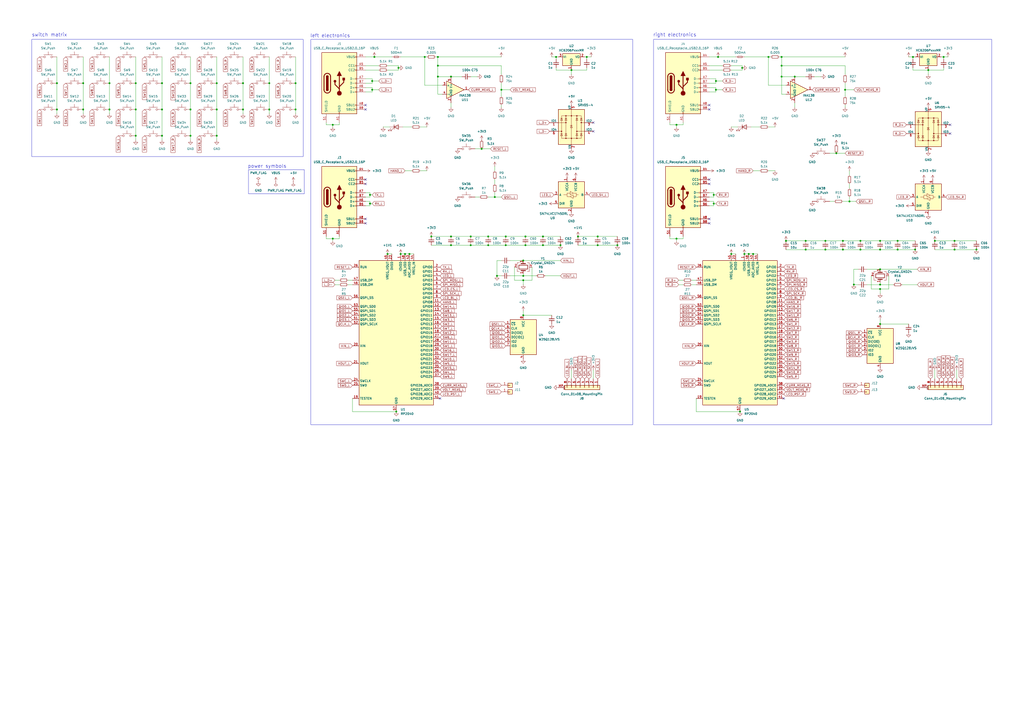
<source format=kicad_sch>
(kicad_sch (version 20250114) (generator "eeschema") (generator_version "9.0")
  (paper "A2")
  (title_block (title "sweep") (date "2025-05-24") (rev "0.2.0") (company "pngu.org") (comment 1 "Solderpad Hardware License v2.1"))
  (rectangle (start 379.095 22.86) (end 575.31 246.38))
  (rectangle (start 144.145 98.425) (end 176.53 112.395))
  (rectangle (start 180.34 22.86) (end 367.03 246.38))
  (rectangle (start 18.415 22.86) (end 175.895 90.805))
  (text "switch matrix" (at 28.702 20.32 0) (effects (font (size 2 2))))
  (text "left electronics" (at 191.516 20.828 0) (effects (font (size 2 2))))
  (text "power symbols" (at 154.94 96.52 0) (effects (font (size 2 2))))
  (text "right electronics" (at 391.414 20.32 0) (effects (font (size 2 2))))
  (junction (at 392.43 72.39))
  (junction (at 215.9 52.07))
  (junction (at 78.74 63.5))
  (junction (at 279.4 86.36))
  (junction (at 293.37 142.24))
  (junction (at 529.59 33.02))
  (junction (at 156.21 48.26))
  (junction (at 325.12 142.24))
  (junction (at 510.54 187.96))
  (junction (at 331.47 40.64))
  (junction (at 261.62 142.24))
  (junction (at 499.11 139.7))
  (junction (at 48.26 48.26))
  (junction (at 547.37 33.02))
  (junction (at 193.04 138.43))
  (junction (at 520.7 139.7))
  (junction (at 293.37 137.16))
  (junction (at 314.96 137.16))
  (junction (at 273.05 137.16))
  (junction (at 232.41 147.32))
  (junction (at 510.54 139.7))
  (junction (at 510.54 165.1))
  (junction (at 250.19 137.16))
  (junction (at 156.21 63.5))
  (junction (at 322.58 33.02))
  (junction (at 431.8 147.32))
  (junction (at 461.01 44.45))
  (junction (at 478.79 139.7))
  (junction (at 110.49 78.74))
  (junction (at 553.72 139.7))
  (junction (at 93.98 48.26))
  (junction (at 453.39 38.1))
  (junction (at 254 38.1))
  (junction (at 93.98 78.74))
  (junction (at 287.02 114.3))
  (junction (at 193.04 72.39))
  (junction (at 416.56 33.02))
  (junction (at 261.62 137.16))
  (junction (at 234.95 147.32))
  (junction (at 171.45 63.5))
  (junction (at 229.87 238.76))
  (junction (at 273.05 142.24))
  (junction (at 314.96 142.24))
  (junction (at 303.53 151.13))
  (junction (at 392.43 138.43))
  (junction (at 78.74 78.74))
  (junction (at 485.14 88.9))
  (junction (at 254 44.45))
  (junction (at 542.29 139.7))
  (junction (at 488.95 139.7))
  (junction (at 304.8 142.24))
  (junction (at 214.63 113.03))
  (junction (at 490.22 52.07))
  (junction (at 467.36 139.7))
  (junction (at 48.26 63.5))
  (junction (at 140.97 48.26))
  (junction (at 424.18 147.32))
  (junction (at 510.54 156.21))
  (junction (at 237.49 147.32))
  (junction (at 288.29 160.02))
  (junction (at 125.73 78.74))
  (junction (at 492.76 116.84))
  (junction (at 510.54 144.78))
  (junction (at 78.74 48.26))
  (junction (at 358.14 142.24))
  (junction (at 246.38 33.02))
  (junction (at 283.21 142.24))
  (junction (at 530.86 144.78))
  (junction (at 224.79 147.32))
  (junction (at 434.34 147.32))
  (junction (at 261.62 44.45))
  (junction (at 414.02 113.03))
  (junction (at 429.26 238.76))
  (junction (at 436.88 147.32))
  (junction (at 63.5 63.5))
  (junction (at 488.95 144.78))
  (junction (at 217.17 33.02))
  (junction (at 125.73 63.5))
  (junction (at 453.39 44.45))
  (junction (at 214.63 118.11))
  (junction (at 303.53 182.88))
  (junction (at 414.02 118.11))
  (junction (at 125.73 48.26))
  (junction (at 335.28 137.16))
  (junction (at 566.42 144.78))
  (junction (at 430.53 39.37))
  (junction (at 303.53 160.02))
  (junction (at 33.02 63.5))
  (junction (at 499.11 144.78))
  (junction (at 215.9 46.99))
  (junction (at 93.98 63.5))
  (junction (at 303.53 162.56))
  (junction (at 538.48 40.64))
  (junction (at 231.14 39.37))
  (junction (at 171.45 48.26))
  (junction (at 510.54 167.64))
  (junction (at 304.8 137.16))
  (junction (at 415.29 52.07))
  (junction (at 467.36 144.78))
  (junction (at 140.97 63.5))
  (junction (at 110.49 63.5))
  (junction (at 346.71 137.16))
  (junction (at 553.72 144.78))
  (junction (at 290.83 52.07))
  (junction (at 415.29 46.99))
  (junction (at 254 33.02))
  (junction (at 340.36 33.02))
  (junction (at 110.49 48.26))
  (junction (at 346.71 142.24))
  (junction (at 478.79 144.78))
  (junction (at 455.93 139.7))
  (junction (at 283.21 137.16))
  (junction (at 495.3 165.1))
  (junction (at 63.5 48.26))
  (junction (at 445.77 33.02))
  (junction (at 453.39 33.02))
  (junction (at 520.7 144.78))
  (junction (at 33.02 48.26))
  (no_connect (at 411.48 63.5))
  (no_connect (at 212.09 106.68))
  (no_connect (at 411.48 106.68))
  (no_connect (at 212.09 104.14))
  (no_connect (at 411.48 104.14))
  (no_connect (at 255.27 231.14))
  (no_connect (at 212.09 63.5))
  (no_connect (at 212.09 60.96))
  (no_connect (at 344.17 71.12))
  (no_connect (at 411.48 127))
  (no_connect (at 411.48 60.96))
  (no_connect (at 212.09 127))
  (no_connect (at 212.09 129.54))
  (no_connect (at 551.18 77.47))
  (no_connect (at 454.66 231.14))
  (no_connect (at 411.48 129.54))
  (no_connect (at 344.17 76.2))
  (no_connect (at 551.18 72.39))
  (wire (pts (xy 510.54 144.78) (xy 520.7 144.78)))
  (wire (pts (xy 490.22 60.96) (xy 490.22 62.23)))
  (wire (pts (xy 316.23 160.02) (xy 325.12 160.02)))
  (wire (pts (xy 492.76 116.84) (xy 488.95 116.84)))
  (wire (pts (xy 542.29 144.78) (xy 553.72 144.78)))
  (wire (pts (xy 414.02 118.11) (xy 414.02 116.84)))
  (wire (pts (xy 215.9 45.72) (xy 215.9 46.99)))
  (wire (pts (xy 419.1 46.99) (xy 415.29 46.99)))
  (wire (pts (xy 254 38.1) (xy 290.83 38.1)))
  (wire (pts (xy 467.36 144.78) (xy 478.79 144.78)))
  (wire (pts (xy 461.01 59.69) (xy 461.01 62.23)))
  (wire (pts (xy 392.43 72.39) (xy 396.24 72.39)))
  (wire (pts (xy 472.44 44.45) (xy 476.25 44.45)))
  (wire (pts (xy 63.5 33.02) (xy 63.5 48.26)))
  (wire (pts (xy 287.02 114.3) (xy 283.21 114.3)))
  (wire (pts (xy 505.46 167.64) (xy 510.54 167.64)))
  (wire (pts (xy 455.93 54.61) (xy 453.39 54.61)))
  (wire (pts (xy 411.48 53.34) (xy 415.29 53.34)))
  (wire (pts (xy 214.63 119.38) (xy 214.63 118.11)))
  (wire (pts (xy 212.09 40.64) (xy 219.71 40.64)))
  (wire (pts (xy 125.73 63.5) (xy 125.73 78.74)))
  (wire (pts (xy 214.63 118.11) (xy 214.63 116.84)))
  (wire (pts (xy 340.36 40.64) (xy 331.47 40.64)))
  (wire (pts (xy 431.8 33.02) (xy 445.77 33.02)))
  (wire (pts (xy 224.79 40.64) (xy 231.14 40.64)))
  (wire (pts (xy 275.59 114.3) (xy 278.13 114.3)))
  (wire (pts (xy 411.48 40.64) (xy 419.1 40.64)))
  (wire (pts (xy 222.25 73.66) (xy 226.06 73.66)))
  (wire (pts (xy 304.8 142.24) (xy 314.96 142.24)))
  (wire (pts (xy 414.02 116.84) (xy 411.48 116.84)))
  (wire (pts (xy 171.45 63.5) (xy 171.45 66.04)))
  (wire (pts (xy 430.53 38.1) (xy 424.18 38.1)))
  (wire (pts (xy 453.39 33.02) (xy 453.39 38.1)))
  (wire (pts (xy 510.54 156.21) (xy 532.13 156.21)))
  (wire (pts (xy 430.53 39.37) (xy 430.53 38.1)))
  (wire (pts (xy 246.38 33.02) (xy 246.38 49.53)))
  (wire (pts (xy 331.47 219.71) (xy 331.47 214.63)))
  (wire (pts (xy 215.9 46.99) (xy 215.9 48.26)))
  (wire (pts (xy 529.59 39.37) (xy 529.59 40.64)))
  (wire (pts (xy 392.43 73.66) (xy 392.43 72.39)))
  (wire (pts (xy 436.88 99.06) (xy 440.69 99.06)))
  (wire (pts (xy 411.48 45.72) (xy 415.29 45.72)))
  (wire (pts (xy 431.8 147.32) (xy 434.34 147.32)))
  (wire (pts (xy 189.23 71.12) (xy 189.23 72.39)))
  (wire (pts (xy 485.14 88.9) (xy 481.33 88.9)))
  (wire (pts (xy 322.58 33.02) (xy 323.85 33.02)))
  (wire (pts (xy 435.61 73.66) (xy 440.69 73.66)))
  (wire (pts (xy 252.73 33.02) (xy 254 33.02)))
  (wire (pts (xy 212.09 48.26) (xy 215.9 48.26)))
  (wire (pts (xy 214.63 114.3) (xy 214.63 113.03)))
  (wire (pts (xy 287.02 96.52) (xy 287.02 99.06)))
  (wire (pts (xy 478.79 139.7) (xy 488.95 139.7)))
  (wire (pts (xy 189.23 138.43) (xy 193.04 138.43)))
  (wire (pts (xy 388.62 71.12) (xy 388.62 72.39)))
  (wire (pts (xy 231.14 39.37) (xy 231.14 38.1)))
  (wire (pts (xy 303.53 162.56) (xy 308.61 162.56)))
  (wire (pts (xy 414.02 113.03) (xy 415.29 113.03)))
  (wire (pts (xy 234.95 147.32) (xy 237.49 147.32)))
  (wire (pts (xy 156.21 33.02) (xy 156.21 48.26)))
  (wire (pts (xy 232.41 147.32) (xy 234.95 147.32)))
  (wire (pts (xy 411.48 119.38) (xy 414.02 119.38)))
  (wire (pts (xy 140.97 48.26) (xy 140.97 63.5)))
  (wire (pts (xy 171.45 48.26) (xy 171.45 63.5)))
  (wire (pts (xy 411.48 33.02) (xy 416.56 33.02)))
  (wire (pts (xy 298.45 162.56) (xy 303.53 162.56)))
  (wire (pts (xy 401.32 165.1) (xy 403.86 165.1)))
  (wire (pts (xy 229.87 238.76) (xy 204.47 238.76)))
  (wire (pts (xy 217.17 33.02) (xy 227.33 33.02)))
  (wire (pts (xy 510.54 170.18) (xy 510.54 167.64)))
  (wire (pts (xy 303.53 151.13) (xy 325.12 151.13)))
  (wire (pts (xy 254 44.45) (xy 261.62 44.45)))
  (wire (pts (xy 415.29 52.07) (xy 415.29 53.34)))
  (wire (pts (xy 110.49 33.02) (xy 110.49 48.26)))
  (wire (pts (xy 424.18 147.32) (xy 426.72 147.32)))
  (wire (pts (xy 510.54 139.7) (xy 520.7 139.7)))
  (wire (pts (xy 492.76 114.3) (xy 492.76 116.84)))
  (wire (pts (xy 388.62 137.16) (xy 388.62 138.43)))
  (wire (pts (xy 261.62 137.16) (xy 273.05 137.16)))
  (wire (pts (xy 429.26 238.76) (xy 403.86 238.76)))
  (wire (pts (xy 215.9 52.07) (xy 215.9 53.34)))
  (wire (pts (xy 490.22 52.07) (xy 490.22 55.88)))
  (wire (pts (xy 339.09 33.02) (xy 340.36 33.02)))
  (wire (pts (xy 290.83 151.13) (xy 288.29 151.13)))
  (wire (pts (xy 125.73 78.74) (xy 125.73 81.28)))
  (wire (pts (xy 212.09 50.8) (xy 215.9 50.8)))
  (wire (pts (xy 303.53 165.1) (xy 303.53 162.56)))
  (wire (pts (xy 93.98 48.26) (xy 93.98 63.5)))
  (wire (pts (xy 411.48 114.3) (xy 414.02 114.3)))
  (wire (pts (xy 492.76 99.06) (xy 492.76 101.6)))
  (wire (pts (xy 445.77 33.02) (xy 445.77 49.53)))
  (wire (pts (xy 490.22 38.1) (xy 490.22 43.18)))
  (wire (pts (xy 290.83 52.07) (xy 290.83 55.88)))
  (wire (pts (xy 125.73 48.26) (xy 125.73 63.5)))
  (wire (pts (xy 261.62 59.69) (xy 261.62 62.23)))
  (wire (pts (xy 233.68 73.66) (xy 238.76 73.66)))
  (wire (pts (xy 212.09 33.02) (xy 217.17 33.02)))
  (wire (pts (xy 283.21 137.16) (xy 293.37 137.16)))
  (wire (pts (xy 502.92 156.21) (xy 510.54 156.21)))
  (wire (pts (xy 455.93 139.7) (xy 467.36 139.7)))
  (wire (pts (xy 393.7 162.56) (xy 396.24 162.56)))
  (wire (pts (xy 553.72 144.78) (xy 566.42 144.78)))
  (wire (pts (xy 283.21 142.24) (xy 293.37 142.24)))
  (wire (pts (xy 430.53 40.64) (xy 430.53 39.37)))
  (wire (pts (xy 331.47 43.18) (xy 331.47 40.64)))
  (wire (pts (xy 219.71 52.07) (xy 215.9 52.07)))
  (wire (pts (xy 436.88 147.32) (xy 439.42 147.32)))
  (wire (pts (xy 499.11 139.7) (xy 510.54 139.7)))
  (wire (pts (xy 445.77 49.53) (xy 455.93 49.53)))
  (wire (pts (xy 303.53 160.02) (xy 311.15 160.02)))
  (wire (pts (xy 110.49 78.74) (xy 110.49 81.28)))
  (wire (pts (xy 303.53 180.34) (xy 303.53 182.88)))
  (wire (pts (xy 254 44.45) (xy 254 54.61)))
  (wire (pts (xy 290.83 114.3) (xy 287.02 114.3)))
  (wire (pts (xy 246.38 33.02) (xy 247.65 33.02)))
  (wire (pts (xy 453.39 44.45) (xy 453.39 54.61)))
  (wire (pts (xy 401.32 162.56) (xy 403.86 162.56)))
  (wire (pts (xy 424.18 40.64) (xy 430.53 40.64)))
  (wire (pts (xy 542.29 219.71) (xy 542.29 214.63)))
  (wire (pts (xy 140.97 33.02) (xy 140.97 48.26)))
  (wire (pts (xy 453.39 38.1) (xy 490.22 38.1)))
  (wire (pts (xy 554.99 219.71) (xy 554.99 214.63)))
  (wire (pts (xy 48.26 63.5) (xy 48.26 66.04)))
  (wire (pts (xy 490.22 52.07) (xy 495.3 52.07)))
  (wire (pts (xy 279.4 86.36) (xy 275.59 86.36)))
  (wire (pts (xy 322.58 34.29) (xy 322.58 33.02)))
  (wire (pts (xy 273.05 44.45) (xy 276.86 44.45)))
  (wire (pts (xy 214.63 111.76) (xy 212.09 111.76)))
  (wire (pts (xy 455.93 144.78) (xy 467.36 144.78)))
  (wire (pts (xy 481.33 116.84) (xy 483.87 116.84)))
  (wire (pts (xy 538.48 43.18) (xy 538.48 40.64)))
  (wire (pts (xy 388.62 72.39) (xy 392.43 72.39)))
  (wire (pts (xy 290.83 52.07) (xy 295.91 52.07)))
  (wire (pts (xy 340.36 34.29) (xy 340.36 33.02)))
  (wire (pts (xy 453.39 44.45) (xy 461.01 44.45)))
  (wire (pts (xy 298.45 154.94) (xy 298.45 162.56)))
  (wire (pts (xy 219.71 46.99) (xy 215.9 46.99)))
  (wire (pts (xy 189.23 72.39) (xy 193.04 72.39)))
  (wire (pts (xy 156.21 48.26) (xy 156.21 63.5)))
  (wire (pts (xy 335.28 137.16) (xy 346.71 137.16)))
  (wire (pts (xy 33.02 63.5) (xy 33.02 66.04)))
  (wire (pts (xy 63.5 48.26) (xy 63.5 63.5)))
  (wire (pts (xy 415.29 50.8) (xy 415.29 52.07)))
  (wire (pts (xy 314.96 142.24) (xy 325.12 142.24)))
  (wire (pts (xy 314.96 137.16) (xy 325.12 137.16)))
  (wire (pts (xy 415.29 45.72) (xy 415.29 46.99)))
  (wire (pts (xy 496.57 116.84) (xy 492.76 116.84)))
  (wire (pts (xy 547.37 33.02) (xy 549.91 33.02)))
  (wire (pts (xy 288.29 160.02) (xy 290.83 160.02)))
  (wire (pts (xy 388.62 138.43) (xy 392.43 138.43)))
  (wire (pts (xy 303.53 182.88) (xy 320.04 182.88)))
  (wire (pts (xy 287.02 104.14) (xy 287.02 106.68)))
  (wire (pts (xy 547.37 34.29) (xy 547.37 33.02)))
  (wire (pts (xy 335.28 142.24) (xy 346.71 142.24)))
  (wire (pts (xy 78.74 33.02) (xy 78.74 48.26)))
  (wire (pts (xy 214.63 113.03) (xy 215.9 113.03)))
  (wire (pts (xy 393.7 165.1) (xy 396.24 165.1)))
  (wire (pts (xy 293.37 142.24) (xy 304.8 142.24)))
  (wire (pts (xy 290.83 38.1) (xy 290.83 43.18)))
  (wire (pts (xy 193.04 73.66) (xy 193.04 72.39)))
  (wire (pts (xy 467.36 139.7) (xy 478.79 139.7)))
  (wire (pts (xy 287.02 111.76) (xy 287.02 114.3)))
  (wire (pts (xy 254 38.1) (xy 254 44.45)))
  (wire (pts (xy 212.09 114.3) (xy 214.63 114.3)))
  (wire (pts (xy 33.02 33.02) (xy 33.02 48.26)))
  (wire (pts (xy 495.3 156.21) (xy 495.3 165.1)))
  (wire (pts (xy 392.43 138.43) (xy 396.24 138.43)))
  (wire (pts (xy 547.37 40.64) (xy 538.48 40.64)))
  (wire (pts (xy 515.62 167.64) (xy 515.62 160.02)))
  (wire (pts (xy 416.56 33.02) (xy 426.72 33.02)))
  (wire (pts (xy 48.26 48.26) (xy 48.26 63.5)))
  (wire (pts (xy 171.45 33.02) (xy 171.45 48.26)))
  (wire (pts (xy 243.84 73.66) (xy 247.65 73.66)))
  (wire (pts (xy 250.19 142.24) (xy 261.62 142.24)))
  (wire (pts (xy 445.77 73.66) (xy 449.58 73.66)))
  (wire (pts (xy 510.54 163.83) (xy 510.54 165.1)))
  (wire (pts (xy 346.71 137.16) (xy 358.14 137.16)))
  (wire (pts (xy 502.92 165.1) (xy 510.54 165.1)))
  (wire (pts (xy 288.29 151.13) (xy 288.29 160.02)))
  (wire (pts (xy 193.04 72.39) (xy 196.85 72.39)))
  (wire (pts (xy 250.19 137.16) (xy 261.62 137.16)))
  (wire (pts (xy 224.79 147.32) (xy 227.33 147.32)))
  (wire (pts (xy 78.74 48.26) (xy 78.74 63.5)))
  (wire (pts (xy 445.77 99.06) (xy 449.58 99.06)))
  (wire (pts (xy 304.8 137.16) (xy 314.96 137.16)))
  (wire (pts (xy 415.29 46.99) (xy 415.29 48.26)))
  (wire (pts (xy 215.9 50.8) (xy 215.9 52.07)))
  (wire (pts (xy 322.58 40.64) (xy 331.47 40.64)))
  (wire (pts (xy 492.76 106.68) (xy 492.76 109.22)))
  (wire (pts (xy 290.83 60.96) (xy 290.83 62.23)))
  (wire (pts (xy 520.7 144.78) (xy 530.86 144.78)))
  (wire (pts (xy 308.61 162.56) (xy 308.61 154.94)))
  (wire (pts (xy 322.58 39.37) (xy 322.58 40.64)))
  (wire (pts (xy 414.02 111.76) (xy 411.48 111.76)))
  (wire (pts (xy 520.7 139.7) (xy 530.86 139.7)))
  (wire (pts (xy 212.09 53.34) (xy 215.9 53.34)))
  (wire (pts (xy 396.24 72.39) (xy 396.24 71.12)))
  (wire (pts (xy 246.38 49.53) (xy 256.54 49.53)))
  (wire (pts (xy 261.62 44.45) (xy 267.97 44.45)))
  (wire (pts (xy 419.1 52.07) (xy 415.29 52.07)))
  (wire (pts (xy 542.29 139.7) (xy 553.72 139.7)))
  (wire (pts (xy 445.77 33.02) (xy 447.04 33.02)))
  (wire (pts (xy 284.48 86.36) (xy 279.4 86.36)))
  (wire (pts (xy 529.59 40.64) (xy 538.48 40.64)))
  (wire (pts (xy 93.98 33.02) (xy 93.98 48.26)))
  (wire (pts (xy 48.26 33.02) (xy 48.26 48.26)))
  (wire (pts (xy 254 33.02) (xy 254 38.1)))
  (wire (pts (xy 414.02 113.03) (xy 414.02 111.76)))
  (wire (pts (xy 234.95 99.06) (xy 238.76 99.06)))
  (wire (pts (xy 237.49 147.32) (xy 240.03 147.32)))
  (wire (pts (xy 510.54 187.96) (xy 527.05 187.96)))
  (wire (pts (xy 212.09 119.38) (xy 214.63 119.38)))
  (wire (pts (xy 303.53 158.75) (xy 303.53 160.02)))
  (wire (pts (xy 193.04 139.7) (xy 193.04 138.43)))
  (wire (pts (xy 452.12 33.02) (xy 453.39 33.02)))
  (wire (pts (xy 214.63 116.84) (xy 212.09 116.84)))
  (wire (pts (xy 414.02 119.38) (xy 414.02 118.11)))
  (wire (pts (xy 546.1 33.02) (xy 547.37 33.02)))
  (wire (pts (xy 93.98 78.74) (xy 93.98 81.28)))
  (wire (pts (xy 453.39 33.02) (xy 490.22 33.02)))
  (wire (pts (xy 231.14 40.64) (xy 231.14 39.37)))
  (wire (pts (xy 411.48 48.26) (xy 415.29 48.26)))
  (wire (pts (xy 553.72 139.7) (xy 566.42 139.7)))
  (wire (pts (xy 293.37 137.16) (xy 304.8 137.16)))
  (wire (pts (xy 196.85 138.43) (xy 196.85 137.16)))
  (wire (pts (xy 424.18 73.66) (xy 427.99 73.66)))
  (wire (pts (xy 214.63 118.11) (xy 215.9 118.11)))
  (wire (pts (xy 403.86 238.76) (xy 403.86 231.14)))
  (wire (pts (xy 110.49 63.5) (xy 110.49 78.74)))
  (wire (pts (xy 320.04 33.02) (xy 322.58 33.02)))
  (wire (pts (xy 510.54 185.42) (xy 510.54 187.96)))
  (wire (pts (xy 396.24 138.43) (xy 396.24 137.16)))
  (wire (pts (xy 273.05 142.24) (xy 283.21 142.24)))
  (wire (pts (xy 231.14 38.1) (xy 224.79 38.1)))
  (wire (pts (xy 125.73 33.02) (xy 125.73 48.26)))
  (wire (pts (xy 295.91 151.13) (xy 303.53 151.13)))
  (wire (pts (xy 33.02 48.26) (xy 33.02 63.5)))
  (wire (pts (xy 392.43 139.7) (xy 392.43 138.43)))
  (wire (pts (xy 497.84 156.21) (xy 495.3 156.21)))
  (wire (pts (xy 194.31 162.56) (xy 196.85 162.56)))
  (wire (pts (xy 411.48 38.1) (xy 419.1 38.1)))
  (wire (pts (xy 510.54 165.1) (xy 518.16 165.1)))
  (wire (pts (xy 295.91 160.02) (xy 303.53 160.02)))
  (wire (pts (xy 529.59 34.29) (xy 529.59 33.02)))
  (wire (pts (xy 156.21 63.5) (xy 156.21 66.04)))
  (wire (pts (xy 78.74 78.74) (xy 78.74 81.28)))
  (wire (pts (xy 499.11 144.78) (xy 510.54 144.78)))
  (wire (pts (xy 261.62 142.24) (xy 273.05 142.24)))
  (wire (pts (xy 340.36 39.37) (xy 340.36 40.64)))
  (wire (pts (xy 93.98 63.5) (xy 93.98 78.74)))
  (wire (pts (xy 273.05 137.16) (xy 283.21 137.16)))
  (wire (pts (xy 140.97 63.5) (xy 140.97 66.04)))
  (wire (pts (xy 344.17 219.71) (xy 344.17 214.63)))
  (wire (pts (xy 346.71 142.24) (xy 358.14 142.24)))
  (wire (pts (xy 488.95 139.7) (xy 499.11 139.7)))
  (wire (pts (xy 434.34 147.32) (xy 436.88 147.32)))
  (wire (pts (xy 523.24 165.1) (xy 532.13 165.1)))
  (wire (pts (xy 340.36 33.02) (xy 342.9 33.02)))
  (wire (pts (xy 204.47 238.76) (xy 204.47 231.14)))
  (wire (pts (xy 189.23 137.16) (xy 189.23 138.43)))
  (wire (pts (xy 488.95 144.78) (xy 499.11 144.78)))
  (wire (pts (xy 201.93 162.56) (xy 204.47 162.56)))
  (wire (pts (xy 478.79 144.78) (xy 488.95 144.78)))
  (wire (pts (xy 490.22 48.26) (xy 490.22 52.07)))
  (wire (pts (xy 453.39 38.1) (xy 453.39 44.45)))
  (wire (pts (xy 490.22 88.9) (xy 485.14 88.9)))
  (wire (pts (xy 411.48 50.8) (xy 415.29 50.8)))
  (wire (pts (xy 510.54 167.64) (xy 515.62 167.64)))
  (wire (pts (xy 414.02 114.3) (xy 414.02 113.03)))
  (wire (pts (xy 194.31 165.1) (xy 196.85 165.1)))
  (wire (pts (xy 201.93 165.1) (xy 204.47 165.1)))
  (wire (pts (xy 290.83 48.26) (xy 290.83 52.07)))
  (wire (pts (xy 63.5 63.5) (xy 63.5 66.04)))
  (wire (pts (xy 193.04 138.43) (xy 196.85 138.43)))
  (wire (pts (xy 414.02 118.11) (xy 415.29 118.11)))
  (wire (pts (xy 505.46 160.02) (xy 505.46 167.64)))
  (wire (pts (xy 78.74 63.5) (xy 78.74 78.74)))
  (wire (pts (xy 527.05 33.02) (xy 529.59 33.02)))
  (wire (pts (xy 214.63 113.03) (xy 214.63 111.76)))
  (wire (pts (xy 547.37 39.37) (xy 547.37 40.64)))
  (wire (pts (xy 495.3 165.1) (xy 497.84 165.1)))
  (wire (pts (xy 529.59 33.02) (xy 530.86 33.02)))
  (wire (pts (xy 254 33.02) (xy 290.83 33.02)))
  (wire (pts (xy 232.41 33.02) (xy 246.38 33.02)))
  (wire (pts (xy 256.54 54.61) (xy 254 54.61)))
  (wire (pts (xy 212.09 45.72) (xy 215.9 45.72)))
  (wire (pts (xy 212.09 38.1) (xy 219.71 38.1)))
  (wire (pts (xy 243.84 99.06) (xy 247.65 99.06)))
  (wire (pts (xy 461.01 44.45) (xy 467.36 44.45)))
  (wire (pts (xy 110.49 48.26) (xy 110.49 63.5)))
  (wire (pts (xy 196.85 72.39) (xy 196.85 71.12)))
  (global_label "XOUT_R" (shape input) (at 532.13 165.1 0) (property "Intersheetrefs" "${INTERSHEET_REFS}" (effects (hide yes))))
  (global_label "SPI_SCK_R" (shape input) (at 454.66 170.18 0) (property "Intersheetrefs" "${INTERSHEET_REFS}" (effects (hide yes))))
  (global_label "QIO1_R" (shape input) (at 403.86 180.34 180) (property "Intersheetrefs" "${INTERSHEET_REFS}" (effects (hide yes))))
  (global_label "SW7_L" (shape input) (at 38.1 48.26 270) (property "Intersheetrefs" "${INTERSHEET_REFS}" (effects (hide yes))))
  (global_label "SW6_R" (shape input) (at 454.66 185.42 0) (property "Intersheetrefs" "${INTERSHEET_REFS}" (effects (hide yes))))
  (global_label "LCD_CS_L" (shape input) (at 255.27 167.64 0) (property "Intersheetrefs" "${INTERSHEET_REFS}" (effects (hide yes))))
  (global_label "QCLK_R" (shape input) (at 500.38 195.58 180) (property "Intersheetrefs" "${INTERSHEET_REFS}" (effects (hide yes))))
  (global_label "QIO3_L" (shape input) (at 204.47 185.42 180) (property "Intersheetrefs" "${INTERSHEET_REFS}" (effects (hide yes))))
  (global_label "QSEL_R" (shape input) (at 403.86 172.72 180) (property "Intersheetrefs" "${INTERSHEET_REFS}" (effects (hide yes))))
  (global_label "QIO1_L" (shape input) (at 204.47 180.34 180) (property "Intersheetrefs" "${INTERSHEET_REFS}" (effects (hide yes))))
  (global_label "SW6_L" (shape input) (at 255.27 195.58 0) (property "Intersheetrefs" "${INTERSHEET_REFS}" (effects (hide yes))))
  (global_label "LCD_CS_R" (shape input) (at 557.53 219.71 90) (property "Intersheetrefs" "${INTERSHEET_REFS}" (effects (hide yes))))
  (global_label "SW13_L" (shape input) (at 255.27 182.88 0) (property "Intersheetrefs" "${INTERSHEET_REFS}" (effects (hide yes))))
  (global_label "QSEL_L" (shape input) (at 293.37 187.96 180) (property "Intersheetrefs" "${INTERSHEET_REFS}" (effects (hide yes))))
  (global_label "SW17_L" (shape input) (at 255.27 205.74 0) (property "Intersheetrefs" "${INTERSHEET_REFS}" (effects (hide yes))))
  (global_label "SPI_SCK_L" (shape input) (at 341.63 219.71 90) (property "Intersheetrefs" "${INTERSHEET_REFS}" (effects (hide yes))))
  (global_label "SWC_R" (shape input) (at 497.84 223.52 180) (property "Intersheetrefs" "${INTERSHEET_REFS}" (effects (hide yes))))
  (global_label "RESET_R" (shape input) (at 403.86 154.94 180) (property "Intersheetrefs" "${INTERSHEET_REFS}" (effects (hide yes))))
  (global_label "SW7_R" (shape input) (at 146.05 48.26 270) (property "Intersheetrefs" "${INTERSHEET_REFS}" (effects (hide yes))))
  (global_label "SW4_R" (shape input) (at 115.57 33.02 270) (property "Intersheetrefs" "${INTERSHEET_REFS}" (effects (hide yes))))
  (global_label "SWD_R" (shape input) (at 403.86 223.52 180) (property "Intersheetrefs" "${INTERSHEET_REFS}" (effects (hide yes))))
  (global_label "SPI_MOSI_R" (shape input) (at 549.91 219.71 90) (property "Intersheetrefs" "${INTERSHEET_REFS}" (effects (hide yes))))
  (global_label "QIO2_L" (shape input) (at 204.47 182.88 180) (property "Intersheetrefs" "${INTERSHEET_REFS}" (effects (hide yes))))
  (global_label "XOUT_R" (shape input) (at 403.86 210.82 180) (property "Intersheetrefs" "${INTERSHEET_REFS}" (effects (hide yes))))
  (global_label "SW9_R" (shape input) (at 454.66 205.74 0) (property "Intersheetrefs" "${INTERSHEET_REFS}" (effects (hide yes))))
  (global_label "R_D+" (shape input) (at 419.1 52.07 0) (property "Intersheetrefs" "${INTERSHEET_REFS}" (effects (hide yes))))
  (global_label "R_D-" (shape input) (at 419.1 46.99 0) (property "Intersheetrefs" "${INTERSHEET_REFS}" (effects (hide yes))))
  (global_label "SW9_L" (shape input) (at 255.27 218.44 0) (property "Intersheetrefs" "${INTERSHEET_REFS}" (effects (hide yes))))
  (global_label "SW2_R" (shape input) (at 146.05 33.02 270) (property "Intersheetrefs" "${INTERSHEET_REFS}" (effects (hide yes))))
  (global_label "LED_5V_R" (shape input) (at 548.64 114.3 0) (property "Intersheetrefs" "${INTERSHEET_REFS}" (effects (hide yes))))
  (global_label "LCD_BL_L" (shape input) (at 328.93 219.71 90) (property "Intersheetrefs" "${INTERSHEET_REFS}" (effects (hide yes))))
  (global_label "R_D+" (shape input) (at 393.7 162.56 180) (property "Intersheetrefs" "${INTERSHEET_REFS}" (effects (hide yes))))
  (global_label "SWC_R" (shape input) (at 403.86 220.98 180) (property "Intersheetrefs" "${INTERSHEET_REFS}" (effects (hide yes))))
  (global_label "QIO3_R" (shape input) (at 500.38 205.74 180) (property "Intersheetrefs" "${INTERSHEET_REFS}" (effects (hide yes))))
  (global_label "SWC_L" (shape input) (at 290.83 223.52 180) (property "Intersheetrefs" "${INTERSHEET_REFS}" (effects (hide yes))))
  (global_label "SW4_R" (shape input) (at 454.66 208.28 0) (property "Intersheetrefs" "${INTERSHEET_REFS}" (effects (hide yes))))
  (global_label "RESET_L" (shape input) (at 204.47 154.94 180) (property "Intersheetrefs" "${INTERSHEET_REFS}" (effects (hide yes))))
  (global_label "SW1_R" (shape input) (at 454.66 187.96 0) (property "Intersheetrefs" "${INTERSHEET_REFS}" (effects (hide yes))))
  (global_label "SPI_SCK_R" (shape input) (at 552.45 219.71 90) (property "Intersheetrefs" "${INTERSHEET_REFS}" (effects (hide yes))))
  (global_label "SW13_R" (shape input) (at 130.81 63.5 270) (property "Intersheetrefs" "${INTERSHEET_REFS}" (effects (hide yes))))
  (global_label "SW11_L" (shape input) (at 22.86 63.5 270) (property "Intersheetrefs" "${INTERSHEET_REFS}" (effects (hide yes))))
  (global_label "TX_R" (shape input) (at 454.66 154.94 0) (property "Intersheetrefs" "${INTERSHEET_REFS}" (effects (hide yes))))
  (global_label "SW10_R" (shape input) (at 100.33 48.26 270) (property "Intersheetrefs" "${INTERSHEET_REFS}" (effects (hide yes))))
  (global_label "SW3_L" (shape input) (at 255.27 185.42 0) (property "Intersheetrefs" "${INTERSHEET_REFS}" (effects (hide yes))))
  (global_label "SW13_R" (shape input) (at 454.66 203.2 0) (property "Intersheetrefs" "${INTERSHEET_REFS}" (effects (hide yes))))
  (global_label "R_D-" (shape input) (at 525.78 77.47 180) (property "Intersheetrefs" "${INTERSHEET_REFS}" (effects (hide yes))))
  (global_label "SW12_R" (shape input) (at 146.05 63.5 270) (property "Intersheetrefs" "${INTERSHEET_REFS}" (effects (hide yes))))
  (global_label "SW4_L" (shape input) (at 68.58 33.02 270) (property "Intersheetrefs" "${INTERSHEET_REFS}" (effects (hide yes))))
  (global_label "SPI_MISO_R" (shape input) (at 547.37 219.71 90) (property "Intersheetrefs" "${INTERSHEET_REFS}" (effects (hide yes))))
  (global_label "LCD_BL_R" (shape input) (at 454.66 172.72 0) (property "Intersheetrefs" "${INTERSHEET_REFS}" (effects (hide yes))))
  (global_label "QIO0_L" (shape input) (at 293.37 193.04 180) (property "Intersheetrefs" "${INTERSHEET_REFS}" (effects (hide yes))))
  (global_label "SW12_L" (shape input) (at 38.1 63.5 270) (property "Intersheetrefs" "${INTERSHEET_REFS}" (effects (hide yes))))
  (global_label "SW11_R" (shape input) (at 454.66 182.88 0) (property "Intersheetrefs" "${INTERSHEET_REFS}" (effects (hide yes))))
  (global_label "TX_L" (shape input) (at 215.9 113.03 0) (property "Intersheetrefs" "${INTERSHEET_REFS}" (effects (hide yes))))
  (global_label "SW7_R" (shape input) (at 454.66 193.04 0) (property "Intersheetrefs" "${INTERSHEET_REFS}" (effects (hide yes))))
  (global_label "SW5_L" (shape input) (at 255.27 210.82 0) (property "Intersheetrefs" "${INTERSHEET_REFS}" (effects (hide yes))))
  (global_label "SW5_R" (shape input) (at 100.33 33.02 270) (property "Intersheetrefs" "${INTERSHEET_REFS}" (effects (hide yes))))
  (global_label "LCD_RST_L" (shape input) (at 334.01 219.71 90) (property "Intersheetrefs" "${INTERSHEET_REFS}" (effects (hide yes))))
  (global_label "RX_L" (shape input) (at 215.9 118.11 0) (property "Intersheetrefs" "${INTERSHEET_REFS}" (effects (hide yes))))
  (global_label "SW17_R" (shape input) (at 454.66 180.34 0) (property "Intersheetrefs" "${INTERSHEET_REFS}" (effects (hide yes))))
  (global_label "RESET_L" (shape input) (at 284.48 86.36 0) (property "Intersheetrefs" "${INTERSHEET_REFS}" (effects (hide yes))))
  (global_label "SW6_R" (shape input) (at 161.29 48.26 270) (property "Intersheetrefs" "${INTERSHEET_REFS}" (effects (hide yes))))
  (global_label "SPI_MISO_L" (shape input) (at 336.55 219.71 90) (property "Intersheetrefs" "${INTERSHEET_REFS}" (effects (hide yes))))
  (global_label "SPI_MOSI_R" (shape input) (at 454.66 162.56 0) (property "Intersheetrefs" "${INTERSHEET_REFS}" (effects (hide yes))))
  (global_label "XIN_L" (shape input) (at 204.47 200.66 180) (property "Intersheetrefs" "${INTERSHEET_REFS}" (effects (hide yes))))
  (global_label "SW8_R" (shape input) (at 130.81 48.26 270) (property "Intersheetrefs" "${INTERSHEET_REFS}" (effects (hide yes))))
  (global_label "SW16_L" (shape input) (at 68.58 78.74 270) (property "Intersheetrefs" "${INTERSHEET_REFS}" (effects (hide yes))))
  (global_label "SW16_R" (shape input) (at 454.66 177.8 0) (property "Intersheetrefs" "${INTERSHEET_REFS}" (effects (hide yes))))
  (global_label "L_D+" (shape input) (at 219.71 52.07 0) (property "Intersheetrefs" "${INTERSHEET_REFS}" (effects (hide yes))))
  (global_label "RESET_R" (shape input) (at 490.22 88.9 0) (property "Intersheetrefs" "${INTERSHEET_REFS}" (effects (hide yes))))
  (global_label "SW15_R" (shape input) (at 100.33 63.5 270) (property "Intersheetrefs" "${INTERSHEET_REFS}" (effects (hide yes))))
  (global_label "HAND_R" (shape input) (at 436.88 99.06 180) (property "Intersheetrefs" "${INTERSHEET_REFS}" (effects (hide yes))))
  (global_label "XIN_L" (shape input) (at 325.12 151.13 0) (property "Intersheetrefs" "${INTERSHEET_REFS}" (effects (hide yes))))
  (global_label "QSEL_L" (shape input) (at 290.83 114.3 0) (property "Intersheetrefs" "${INTERSHEET_REFS}" (effects (hide yes))))
  (global_label "QIO2_R" (shape input) (at 500.38 203.2 180) (property "Intersheetrefs" "${INTERSHEET_REFS}" (effects (hide yes))))
  (global_label "SW1_L" (shape input) (at 255.27 200.66 0) (property "Intersheetrefs" "${INTERSHEET_REFS}" (effects (hide yes))))
  (global_label "XIN_R" (shape input) (at 532.13 156.21 0) (property "Intersheetrefs" "${INTERSHEET_REFS}" (effects (hide yes))))
  (global_label "SW11_R" (shape input) (at 161.29 63.5 270) (property "Intersheetrefs" "${INTERSHEET_REFS}" (effects (hide yes))))
  (global_label "SW3_R" (shape input) (at 454.66 198.12 0) (property "Intersheetrefs" "${INTERSHEET_REFS}" (effects (hide yes))))
  (global_label "SW15_R" (shape input) (at 454.66 210.82 0) (property "Intersheetrefs" "${INTERSHEET_REFS}" (effects (hide yes))))
  (global_label "QSEL_R" (shape input) (at 500.38 193.04 180) (property "Intersheetrefs" "${INTERSHEET_REFS}" (effects (hide yes))))
  (global_label "RX_R" (shape input) (at 454.66 157.48 0) (property "Intersheetrefs" "${INTERSHEET_REFS}" (effects (hide yes))))
  (global_label "QIO2_R" (shape input) (at 403.86 182.88 180) (property "Intersheetrefs" "${INTERSHEET_REFS}" (effects (hide yes))))
  (global_label "CURR_MEAS_L" (shape input) (at 255.27 223.52 0) (property "Intersheetrefs" "${INTERSHEET_REFS}" (effects (hide yes))))
  (global_label "SW14_L" (shape input) (at 68.58 63.5 270) (property "Intersheetrefs" "${INTERSHEET_REFS}" (effects (hide yes))))
  (global_label "HAND_R" (shape input) (at 454.66 175.26 0) (property "Intersheetrefs" "${INTERSHEET_REFS}" (effects (hide yes))))
  (global_label "VOLT_MEAS_L" (shape input) (at 255.27 226.06 0) (property "Intersheetrefs" "${INTERSHEET_REFS}" (effects (hide yes))))
  (global_label "LCD_RST_R" (shape input) (at 454.66 228.6 0) (property "Intersheetrefs" "${INTERSHEET_REFS}" (effects (hide yes))))
  (global_label "SW17_L" (shape input) (at 83.82 78.74 270) (property "Intersheetrefs" "${INTERSHEET_REFS}" (effects (hide yes))))
  (global_label "SW11_L" (shape input) (at 255.27 198.12 0) (property "Intersheetrefs" "${INTERSHEET_REFS}" (effects (hide yes))))
  (global_label "SW17_R" (shape input) (at 100.33 78.74 270) (property "Intersheetrefs" "${INTERSHEET_REFS}" (effects (hide yes))))
  (global_label "SWD_R" (shape input) (at 497.84 227.33 180) (property "Intersheetrefs" "${INTERSHEET_REFS}" (effects (hide yes))))
  (global_label "QSEL_L" (shape input) (at 204.47 172.72 180) (property "Intersheetrefs" "${INTERSHEET_REFS}" (effects (hide yes))))
  (global_label "TX_L" (shape input) (at 255.27 154.94 0) (property "Intersheetrefs" "${INTERSHEET_REFS}" (effects (hide yes))))
  (global_label "SW2_L" (shape input) (at 38.1 33.02 270) (property "Intersheetrefs" "${INTERSHEET_REFS}" (effects (hide yes))))
  (global_label "L_D-" (shape input) (at 194.31 165.1 180) (property "Intersheetrefs" "${INTERSHEET_REFS}" (effects (hide yes))))
  (global_label "XOUT_L" (shape input) (at 204.47 210.82 180) (property "Intersheetrefs" "${INTERSHEET_REFS}" (effects (hide yes))))
  (global_label "RX_L" (shape input) (at 255.27 157.48 0) (property "Intersheetrefs" "${INTERSHEET_REFS}" (effects (hide yes))))
  (global_label "SWD_L" (shape input) (at 290.83 227.33 180) (property "Intersheetrefs" "${INTERSHEET_REFS}" (effects (hide yes))))
  (global_label "QIO1_R" (shape input) (at 500.38 200.66 180) (property "Intersheetrefs" "${INTERSHEET_REFS}" (effects (hide yes))))
  (global_label "SPI_MISO_L" (shape input) (at 255.27 165.1 0) (property "Intersheetrefs" "${INTERSHEET_REFS}" (effects (hide yes))))
  (global_label "SW3_R" (shape input) (at 130.81 33.02 270) (property "Intersheetrefs" "${INTERSHEET_REFS}" (effects (hide yes))))
  (global_label "XOUT_L" (shape input) (at 325.12 160.02 0) (property "Intersheetrefs" "${INTERSHEET_REFS}" (effects (hide yes))))
  (global_label "SW16_L" (shape input) (at 255.27 203.2 0) (property "Intersheetrefs" "${INTERSHEET_REFS}" (effects (hide yes))))
  (global_label "SWC_L" (shape input) (at 204.47 220.98 180) (property "Intersheetrefs" "${INTERSHEET_REFS}" (effects (hide yes))))
  (global_label "SW10_L" (shape input) (at 83.82 48.26 270) (property "Intersheetrefs" "${INTERSHEET_REFS}" (effects (hide yes))))
  (global_label "L_D-" (shape input) (at 219.71 46.99 0) (property "Intersheetrefs" "${INTERSHEET_REFS}" (effects (hide yes))))
  (global_label "LED_L" (shape input) (at 321.31 113.03 180) (property "Intersheetrefs" "${INTERSHEET_REFS}" (effects (hide yes))))
  (global_label "L_D+" (shape input) (at 318.77 71.12 180) (property "Intersheetrefs" "${INTERSHEET_REFS}" (effects (hide yes))))
  (global_label "QIO0_R" (shape input) (at 403.86 177.8 180) (property "Intersheetrefs" "${INTERSHEET_REFS}" (effects (hide yes))))
  (global_label "VOLT_MEAS_R" (shape input) (at 495.3 52.07 0) (property "Intersheetrefs" "${INTERSHEET_REFS}" (effects (hide yes))))
  (global_label "HAND_L" (shape input) (at 234.95 99.06 180) (property "Intersheetrefs" "${INTERSHEET_REFS}" (effects (hide yes))))
  (global_label "SW12_R" (shape input) (at 454.66 190.5 0) (property "Intersheetrefs" "${INTERSHEET_REFS}" (effects (hide yes))))
  (global_label "CURR_MEAS_R" (shape input) (at 471.17 52.07 0) (property "Intersheetrefs" "${INTERSHEET_REFS}" (effects (hide yes))))
  (global_label "QIO2_L" (shape input) (at 293.37 198.12 180) (property "Intersheetrefs" "${INTERSHEET_REFS}" (effects (hide yes))))
  (global_label "SW8_L" (shape input) (at 255.27 180.34 0) (property "Intersheetrefs" "${INTERSHEET_REFS}" (effects (hide yes))))
  (global_label "LCD_RST_R" (shape input) (at 544.83 219.71 90) (property "Intersheetrefs" "${INTERSHEET_REFS}" (effects (hide yes))))
  (global_label "SW2_L" (shape input) (at 255.27 187.96 0) (property "Intersheetrefs" "${INTERSHEET_REFS}" (effects (hide yes))))
  (global_label "SW3_L" (shape input) (at 53.34 33.02 270) (property "Intersheetrefs" "${INTERSHEET_REFS}" (effects (hide yes))))
  (global_label "SW4_L" (shape input) (at 255.27 215.9 0) (property "Intersheetrefs" "${INTERSHEET_REFS}" (effects (hide yes))))
  (global_label "QCLK_L" (shape input) (at 293.37 190.5 180) (property "Intersheetrefs" "${INTERSHEET_REFS}" (effects (hide yes))))
  (global_label "LCD_BL_R" (shape input) (at 539.75 219.71 90) (property "Intersheetrefs" "${INTERSHEET_REFS}" (effects (hide yes))))
  (global_label "LCD_RST_L" (shape input) (at 255.27 228.6 0) (property "Intersheetrefs" "${INTERSHEET_REFS}" (effects (hide yes))))
  (global_label "SPI_SCK_L" (shape input) (at 255.27 170.18 0) (property "Intersheetrefs" "${INTERSHEET_REFS}" (effects (hide yes))))
  (global_label "SW14_R" (shape input) (at 454.66 213.36 0) (property "Intersheetrefs" "${INTERSHEET_REFS}" (effects (hide yes))))
  (global_label "VOLT_MEAS_L" (shape input) (at 295.91 52.07 0) (property "Intersheetrefs" "${INTERSHEET_REFS}" (effects (hide yes))))
  (global_label "QCLK_L" (shape input) (at 204.47 187.96 180) (property "Intersheetrefs" "${INTERSHEET_REFS}" (effects (hide yes))))
  (global_label "SW10_L" (shape input) (at 255.27 208.28 0) (property "Intersheetrefs" "${INTERSHEET_REFS}" (effects (hide yes))))
  (global_label "L_D-" (shape input) (at 318.77 76.2 180) (property "Intersheetrefs" "${INTERSHEET_REFS}" (effects (hide yes))))
  (global_label "QIO1_L" (shape input) (at 293.37 195.58 180) (property "Intersheetrefs" "${INTERSHEET_REFS}" (effects (hide yes))))
  (global_label "SW16_R" (shape input) (at 115.57 78.74 270) (property "Intersheetrefs" "${INTERSHEET_REFS}" (effects (hide yes))))
  (global_label "SW1_L" (shape input) (at 22.86 33.02 270) (property "Intersheetrefs" "${INTERSHEET_REFS}" (effects (hide yes))))
  (global_label "SW7_L" (shape input) (at 255.27 190.5 0) (property "Intersheetrefs" "${INTERSHEET_REFS}" (effects (hide yes))))
  (global_label "SW5_R" (shape input) (at 454.66 218.44 0) (property "Intersheetrefs" "${INTERSHEET_REFS}" (effects (hide yes))))
  (global_label "SWD_L" (shape input) (at 204.47 223.52 180) (property "Intersheetrefs" "${INTERSHEET_REFS}" (effects (hide yes))))
  (global_label "XIN_R" (shape input) (at 403.86 200.66 180) (property "Intersheetrefs" "${INTERSHEET_REFS}" (effects (hide yes))))
  (global_label "LED_R" (shape input) (at 528.32 114.3 180) (property "Intersheetrefs" "${INTERSHEET_REFS}" (effects (hide yes))))
  (global_label "QIO3_L" (shape input) (at 293.37 200.66 180) (property "Intersheetrefs" "${INTERSHEET_REFS}" (effects (hide yes))))
  (global_label "L_D+" (shape input) (at 194.31 162.56 180) (property "Intersheetrefs" "${INTERSHEET_REFS}" (effects (hide yes))))
  (global_label "CURR_MEAS_R" (shape input) (at 454.66 223.52 0) (property "Intersheetrefs" "${INTERSHEET_REFS}" (effects (hide yes))))
  (global_label "SPI_MOSI_L" (shape input) (at 339.09 219.71 90) (property "Intersheetrefs" "${INTERSHEET_REFS}" (effects (hide yes))))
  (global_label "LCD_CS_L" (shape input) (at 346.71 219.71 90) (property "Intersheetrefs" "${INTERSHEET_REFS}" (effects (hide yes))))
  (global_label "TX_R" (shape input) (at 415.29 118.11 0) (property "Intersheetrefs" "${INTERSHEET_REFS}" (effects (hide yes))))
  (global_label "SW15_L" (shape input) (at 255.27 213.36 0) (property "Intersheetrefs" "${INTERSHEET_REFS}" (effects (hide yes))))
  (global_label "LCD_BL_L" (shape input) (at 255.27 172.72 0) (property "Intersheetrefs" "${INTERSHEET_REFS}" (effects (hide yes))))
  (global_label "SW6_L" (shape input) (at 22.86 48.26 270) (property "Intersheetrefs" "${INTERSHEET_REFS}" (effects (hide yes))))
  (global_label "QCLK_R" (shape input) (at 403.86 187.96 180) (property "Intersheetrefs" "${INTERSHEET_REFS}" (effects (hide yes))))
  (global_label "SW14_L" (shape input) (at 255.27 177.8 0) (property "Intersheetrefs" "${INTERSHEET_REFS}" (effects (hide yes))))
  (global_label "SW9_L" (shape input) (at 68.58 48.26 270) (property "Intersheetrefs" "${INTERSHEET_REFS}" (effects (hide yes))))
  (global_label "SW1_R" (shape input) (at 161.29 33.02 270) (property "Intersheetrefs" "${INTERSHEET_REFS}" (effects (hide yes))))
  (global_label "R_D-" (shape input) (at 393.7 165.1 180) (property "Intersheetrefs" "${INTERSHEET_REFS}" (effects (hide yes))))
  (global_label "SW14_R" (shape input) (at 115.57 63.5 270) (property "Intersheetrefs" "${INTERSHEET_REFS}" (effects (hide yes))))
  (global_label "SW8_L" (shape input) (at 53.34 48.26 270) (property "Intersheetrefs" "${INTERSHEET_REFS}" (effects (hide yes))))
  (global_label "SW2_R" (shape input) (at 454.66 195.58 0) (property "Intersheetrefs" "${INTERSHEET_REFS}" (effects (hide yes))))
  (global_label "SPI_MISO_R" (shape input) (at 454.66 165.1 0) (property "Intersheetrefs" "${INTERSHEET_REFS}" (effects (hide yes))))
  (global_label "SW13_L" (shape input) (at 53.34 63.5 270) (property "Intersheetrefs" "${INTERSHEET_REFS}" (effects (hide yes))))
  (global_label "LED_L" (shape input) (at 255.27 160.02 0) (property "Intersheetrefs" "${INTERSHEET_REFS}" (effects (hide yes))))
  (global_label "HAND_L" (shape input) (at 255.27 175.26 0) (property "Intersheetrefs" "${INTERSHEET_REFS}" (effects (hide yes))))
  (global_label "LED_R" (shape input) (at 454.66 160.02 0) (property "Intersheetrefs" "${INTERSHEET_REFS}" (effects (hide yes))))
  (global_label "SW8_R" (shape input) (at 454.66 200.66 0) (property "Intersheetrefs" "${INTERSHEET_REFS}" (effects (hide yes))))
  (global_label "VOLT_MEAS_R" (shape input) (at 454.66 226.06 0) (property "Intersheetrefs" "${INTERSHEET_REFS}" (effects (hide yes))))
  (global_label "CURR_MEAS_L" (shape input) (at 271.78 52.07 0) (property "Intersheetrefs" "${INTERSHEET_REFS}" (effects (hide yes))))
  (global_label "SW12_L" (shape input) (at 255.27 193.04 0) (property "Intersheetrefs" "${INTERSHEET_REFS}" (effects (hide yes))))
  (global_label "QSEL_R" (shape input) (at 496.57 116.84 0) (property "Intersheetrefs" "${INTERSHEET_REFS}" (effects (hide yes))))
  (global_label "LED_5V_L" (shape input) (at 341.63 113.03 0) (property "Intersheetrefs" "${INTERSHEET_REFS}" (effects (hide yes))))
  (global_label "SW10_R" (shape input) (at 454.66 215.9 0) (property "Intersheetrefs" "${INTERSHEET_REFS}" (effects (hide yes))))
  (global_label "SW15_L" (shape input) (at 83.82 63.5 270) (property "Intersheetrefs" "${INTERSHEET_REFS}" (effects (hide yes))))
  (global_label "SW9_R" (shape input) (at 115.57 48.26 270) (property "Intersheetrefs" "${INTERSHEET_REFS}" (effects (hide yes))))
  (global_label "QIO0_L" (shape input) (at 204.47 177.8 180) (property "Intersheetrefs" "${INTERSHEET_REFS}" (effects (hide yes))))
  (global_label "QIO0_R" (shape input) (at 500.38 198.12 180) (property "Intersheetrefs" "${INTERSHEET_REFS}" (effects (hide yes))))
  (global_label "SW5_L" (shape input) (at 83.82 33.02 270) (property "Intersheetrefs" "${INTERSHEET_REFS}" (effects (hide yes))))
  (global_label "LCD_CS_R" (shape input) (at 454.66 167.64 0) (property "Intersheetrefs" "${INTERSHEET_REFS}" (effects (hide yes))))
  (global_label "R_D+" (shape input) (at 525.78 72.39 180) (property "Intersheetrefs" "${INTERSHEET_REFS}" (effects (hide yes))))
  (global_label "QIO3_R" (shape input) (at 403.86 185.42 180) (property "Intersheetrefs" "${INTERSHEET_REFS}" (effects (hide yes))))
  (global_label "SPI_MOSI_L" (shape input) (at 255.27 162.56 0) (property "Intersheetrefs" "${INTERSHEET_REFS}" (effects (hide yes))))
  (global_label "RX_R" (shape input) (at 415.29 113.03 0) (property "Intersheetrefs" "${INTERSHEET_REFS}" (effects (hide yes))))
  (symbol (lib_id "Memory_Flash:W25Q128JVS") (at 303.53 195.58 0) (unit 1)
    (property "Reference" "U4" (at 312.42 194.3099 0) (effects (justify left)))
    (property "Value" "W25Q128JVS" (at 312.42 196.8499 0) (effects (justify left)))
    (property "Footprint" "Package_SO:SOIC-8_5.23x5.23mm_P1.27mm" (effects (hide yes)))
    (property "Datasheet" "http://www.winbond.com/resource-files/w25q128jv_dtr%20revc%2003272018%20plus.pdf" (effects (hide yes)))
    (property "Description" "128Mb Serial Flash Memory, Standard/Dual/Quad SPI, SOIC-8" (effects (hide yes)))
  )
  (symbol (lib_id "power:+3V3") (at 528.32 119.38 90) (unit 1)
    (property "Reference" "#PWR079" (effects (hide yes)))
    (property "Value" "+3V3" (at 524.51 119.3799 90) (effects (justify left)))
    (property "Description" "Power symbol creates a global label with name \"+3V3\"" (effects (hide yes)))
  )
  (symbol (lib_id "power:GND") (at 538.48 43.18 0) (unit 1)
    (property "Reference" "#PWR054" (effects (hide yes)))
    (property "Value" "GND" (at 538.48 48.26 0))
    (property "Description" "Power symbol creates a global label with name \"GND\" , ground" (effects (hide yes)))
  )
  (symbol (lib_id "Device:Fuse_Small") (at 229.87 33.02 0) (unit 1)
    (property "Reference" "F1" (at 229.87 27.94 0))
    (property "Value" "500mA" (at 229.87 30.48 0))
    (property "Footprint" "Fuse:Fuse_1206_3216Metric" (effects (hide yes)))
    (property "Description" "Fuse, small symbol" (effects (hide yes)))
  )
  (symbol (lib_id "MCU_RaspberryPi:RP2040") (at 429.26 193.04 0) (unit 1)
    (property "Reference" "U5" (at 431.762 237.49 0) (effects (justify left)))
    (property "Value" "RP2040" (at 431.762 240.03 0) (effects (justify left)))
    (property "Footprint" "Package_DFN_QFN:QFN-56-1EP_7x7mm_P0.4mm_EP3.2x3.2mm" (effects (hide yes)))
    (property "Datasheet" "https://datasheets.raspberrypi.com/rp2040/rp2040-datasheet.pdf" (effects (hide yes)))
    (property "Description" "A microcontroller by Raspberry Pi" (effects (hide yes)))
  )
  (symbol (lib_id "Device:R_Small") (at 492.76 111.76 0) (unit 1)
    (property "Reference" "R18" (at 495.3 110.4899 0) (effects (justify left)))
    (property "Value" "5.1k" (at 495.3 113.0299 0) (effects (justify left)))
    (property "Footprint" "Resistor_SMD:R_0402_1005Metric" (effects (hide yes)))
    (property "Description" "Resistor, small symbol" (effects (hide yes)))
  )
  (symbol (lib_id "Device:C_Small") (at 542.29 142.24 0) (unit 1)
    (property "Reference" "C13" (at 544.83 140.9762 0) (effects (justify left)))
    (property "Value" "1u" (at 544.83 143.5162 0) (effects (justify left)))
    (property "Footprint" "Capacitor_SMD:C_0402_1005Metric" (effects (hide yes)))
    (property "Description" "Unpolarized capacitor, small symbol" (effects (hide yes)))
  )
  (symbol (lib_id "power:+3V3") (at 321.31 118.11 90) (unit 1)
    (property "Reference" "#PWR075" (effects (hide yes)))
    (property "Value" "+3V3" (at 317.5 118.1099 90) (effects (justify left)))
    (property "Description" "Power symbol creates a global label with name \"+3V3\"" (effects (hide yes)))
  )
  (symbol (lib_id "power:GND") (at 33.02 66.04 0) (unit 1)
    (property "Reference" "#PWR01" (effects (hide yes)))
    (property "Value" "GND" (at 33.02 71.12 0))
    (property "Description" "Power symbol creates a global label with name \"GND\" , ground" (effects (hide yes)))
  )
  (symbol (lib_id "Regulator_Linear:XC6206PxxxMR") (at 331.47 33.02 0) (unit 1)
    (property "Reference" "U2" (at 331.47 26.67 0))
    (property "Value" "XC6206PxxxMR" (at 331.47 29.21 0))
    (property "Footprint" "Package_TO_SOT_SMD:SOT-23-3" (effects (hide yes)))
    (property "Datasheet" "https://www.torexsemi.com/file/xc6206/XC6206.pdf" (effects (hide yes)))
    (property "Description" "Positive 60-250mA Low Dropout Regulator, Fixed Output, SOT-23" (effects (hide yes)))
  )
  (symbol (lib_id "Device:C_Small") (at 500.38 156.21 90) (unit 1)
    (property "Reference" "C21" (at 500.38 162.306 90))
    (property "Value" "22p" (at 500.38 159.766 90))
    (property "Footprint" "Capacitor_SMD:C_0402_1005Metric" (effects (hide yes)))
    (property "Description" "Unpolarized capacitor, small symbol" (effects (hide yes)))
  )
  (symbol (lib_id "power:GND") (at 471.17 88.9 0) (unit 1)
    (property "Reference" "#PWR056" (effects (hide yes)))
    (property "Value" "GND" (at 471.17 93.98 0))
    (property "Description" "Power symbol creates a global label with name \"GND\" , ground" (effects (hide yes)))
  )
  (symbol (lib_id "Logic_LevelTranslator:SN74LVC1T45DRL") (at 331.47 113.03 0) (unit 1)
    (property "Reference" "U9" (at 320.548 126.492 0))
    (property "Value" "SN74LVC1T45DRL" (at 321.31 123.952 0))
    (property "Footprint" "Package_TO_SOT_SMD:SOT-563" (effects (hide yes)))
    (property "Datasheet" "http://www.ti.com/lit/ds/symlink/sn74lvc1t45.pdf" (effects (hide yes)))
    (property "Description" "Single-Bit Dual-Supply Bus Transceiver With Configurable Voltage Translation and 3-State Outputs, SOT-563" (effects (hide yes)))
  )
  (symbol (lib_id "Device:R_Small") (at 241.3 73.66 90) (unit 1)
    (property "Reference" "R21" (at 241.3 68.58 90))
    (property "Value" "5.1k" (at 241.3 71.12 90))
    (property "Footprint" "Resistor_SMD:R_0402_1005Metric" (effects (hide yes)))
    (property "Description" "Resistor, small symbol" (effects (hide yes)))
  )
  (symbol (lib_id "Device:C_Small") (at 261.62 139.7 0) (unit 1)
    (property "Reference" "C6" (at 264.16 138.4362 0) (effects (justify left)))
    (property "Value" "1u" (at 264.16 140.9762 0) (effects (justify left)))
    (property "Footprint" "Capacitor_SMD:C_0402_1005Metric" (effects (hide yes)))
    (property "Description" "Unpolarized capacitor, small symbol" (effects (hide yes)))
  )
  (symbol (lib_id "power:GND") (at 331.47 123.19 0) (unit 1)
    (property "Reference" "#PWR076" (effects (hide yes)))
    (property "Value" "GND" (at 331.47 128.27 0))
    (property "Description" "Power symbol creates a global label with name \"GND\" , ground" (effects (hide yes)))
  )
  (symbol (lib_id "power:GND") (at 171.45 66.04 0) (unit 1)
    (property "Reference" "#PWR010" (effects (hide yes)))
    (property "Value" "GND" (at 171.45 71.12 0))
    (property "Description" "Power symbol creates a global label with name \"GND\" , ground" (effects (hide yes)))
  )
  (symbol (lib_id "power:+3V3") (at 328.93 102.87 0) (unit 1)
    (property "Reference" "#PWR077" (effects (hide yes)))
    (property "Value" "+3V3" (at 328.93 97.79 0))
    (property "Description" "Power symbol creates a global label with name \"+3V3\"" (effects (hide yes)))
  )
  (symbol (lib_id "power:+5V") (at 334.01 102.87 0) (unit 1)
    (property "Reference" "#PWR078" (effects (hide yes)))
    (property "Value" "+5V" (at 334.01 97.79 0))
    (property "Description" "Power symbol creates a global label with name \"+5V\"" (effects (hide yes)))
  )
  (symbol (lib_id "power:+1V1") (at 224.79 147.32 0) (unit 1)
    (property "Reference" "#PWR021" (effects (hide yes)))
    (property "Value" "+1V1" (at 224.79 142.24 0))
    (property "Description" "Power symbol creates a global label with name \"+1V1\"" (effects (hide yes)))
  )
  (symbol (lib_id "Amplifier_Current:INA138") (at 463.55 52.07 0) (unit 1)
    (property "Reference" "U12" (at 469.138 57.912 0))
    (property "Value" "INA138" (at 469.138 55.372 0))
    (property "Footprint" "Package_TO_SOT_SMD:SOT-23-5" (effects (hide yes)))
    (property "Datasheet" "http://www.ti.com/lit/ds/symlink/ina138.pdf" (effects (hide yes)))
    (property "Description" "High-Side Measurement Current Shunt Monitor, 36V, SOT-23-5" (effects (hide yes)))
  )
  (symbol (lib_id "Switch:SW_Push") (at 151.13 33.02 0) (mirror y) (unit 1)
    (property "Reference" "SW21" (at 151.13 25.4 0))
    (property "Value" "SW_Push" (at 151.13 27.94 0))
    (property "Footprint" "PCM_marbastlib-choc:SW_choc_v1_1u" (effects (hide yes)))
    (property "Description" "Push button switch, generic, two pins" (effects (hide yes)))
  )
  (symbol (lib_id "Switch:SW_Push") (at 88.9 63.5 0) (unit 1)
    (property "Reference" "SW15" (at 88.9 55.88 0))
    (property "Value" "SW_Push" (at 88.9 58.42 0))
    (property "Footprint" "PCM_marbastlib-choc:SW_choc_v1_1u" (effects (hide yes)))
    (property "Description" "Push button switch, generic, two pins" (effects (hide yes)))
  )
  (symbol (lib_id "Connector:USB_C_Receptacle_USB2.0_16P") (at 396.24 48.26 0) (unit 1)
    (property "Reference" "J4" (at 396.24 25.4 0))
    (property "Value" "USB_C_Receptacle_USB2.0_16P" (at 396.24 27.94 0))
    (property "Footprint" "PCM_marbastlib-various:USB_C_Receptacle_HRO_TYPE-C-31-M-12" (effects (hide yes)))
    (property "Datasheet" "https://www.usb.org/sites/default/files/documents/usb_type-c.zip" (effects (hide yes)))
    (property "Description" "USB 2.0-only 16P Type-C Receptacle connector" (effects (hide yes)))
  )
  (symbol (lib_id "Device:C_Small") (at 325.12 139.7 0) (unit 1)
    (property "Reference" "C62" (at 327.66 138.4362 0) (effects (justify left)))
    (property "Value" "100n" (at 327.66 140.9762 0) (effects (justify left)))
    (property "Footprint" "Capacitor_SMD:C_0402_1005Metric" (effects (hide yes)))
    (property "Description" "Unpolarized capacitor, small symbol" (effects (hide yes)))
  )
  (symbol (lib_id "Device:R_Small") (at 287.02 109.22 0) (unit 1)
    (property "Reference" "R8" (at 289.56 107.9499 0) (effects (justify left)))
    (property "Value" "5.1k" (at 289.56 110.4899 0) (effects (justify left)))
    (property "Footprint" "Resistor_SMD:R_0402_1005Metric" (effects (hide yes)))
    (property "Description" "Resistor, small symbol" (effects (hide yes)))
  )
  (symbol (lib_id "Connector:USB_C_Receptacle_USB2.0_16P") (at 396.24 114.3 0) (unit 1)
    (property "Reference" "J5" (at 396.24 91.44 0))
    (property "Value" "USB_C_Receptacle_USB2.0_16P" (at 396.24 93.98 0))
    (property "Footprint" "PCM_marbastlib-various:USB_C_Receptacle_HRO_TYPE-C-31-M-12" (effects (hide yes)))
    (property "Datasheet" "https://www.usb.org/sites/default/files/documents/usb_type-c.zip" (effects (hide yes)))
    (property "Description" "USB 2.0-only 16P Type-C Receptacle connector" (effects (hide yes)))
  )
  (symbol (lib_id "Device:R_Small") (at 490.22 45.72 0) (unit 1)
    (property "Reference" "R27" (at 492.76 44.4499 0) (effects (justify left)))
    (property "Value" "75k" (at 492.76 46.9899 0) (effects (justify left)))
    (property "Footprint" "Resistor_SMD:R_0402_1005Metric" (effects (hide yes)))
    (property "Description" "Resistor, small symbol" (effects (hide yes)))
  )
  (symbol (lib_id "Device:Fuse_Small") (at 429.26 33.02 0) (unit 1)
    (property "Reference" "F2" (at 429.26 27.94 0))
    (property "Value" "500mA" (at 429.26 30.48 0))
    (property "Footprint" "Fuse:Fuse_1206_3216Metric" (effects (hide yes)))
    (property "Description" "Fuse, small symbol" (effects (hide yes)))
  )
  (symbol (lib_id "Device:R_Small") (at 199.39 162.56 90) (unit 1)
    (property "Reference" "R4" (at 199.39 157.48 90))
    (property "Value" "27" (at 199.39 160.02 90))
    (property "Footprint" "Resistor_SMD:R_0402_1005Metric" (effects (hide yes)))
    (property "Description" "Resistor, small symbol" (effects (hide yes)))
  )
  (symbol (lib_id "power:GND") (at 261.62 62.23 0) (unit 1)
    (property "Reference" "#PWR069" (effects (hide yes)))
    (property "Value" "GND" (at 261.62 67.31 0))
    (property "Description" "Power symbol creates a global label with name \"GND\" , ground" (effects (hide yes)))
  )
  (symbol (lib_id "Device:R_Small") (at 287.02 101.6 0) (unit 1)
    (property "Reference" "R9" (at 289.56 100.3299 0) (effects (justify left)))
    (property "Value" "5.1k" (at 289.56 102.8699 0) (effects (justify left)))
    (property "Footprint" "Resistor_SMD:R_0402_1005Metric" (effects (hide yes)))
    (property "Description" "Resistor, small symbol" (effects (hide yes)))
  )
  (symbol (lib_id "power:VBUS") (at 416.56 33.02 0) (unit 1)
    (property "Reference" "#PWR045" (effects (hide yes)))
    (property "Value" "VBUS" (at 416.56 27.94 0))
    (property "Description" "Power symbol creates a global label with name \"VBUS\"" (effects (hide yes)))
  )
  (symbol (lib_id "Device:R_Small") (at 241.3 99.06 90) (unit 1)
    (property "Reference" "R19" (at 241.3 93.98 90))
    (property "Value" "5.1k" (at 241.3 96.52 90))
    (property "Footprint" "Resistor_SMD:R_0402_1005Metric" (effects (hide yes)))
    (property "Description" "Resistor, small symbol" (effects (hide yes)))
  )
  (symbol (lib_id "Device:C_Small") (at 547.37 36.83 0) (unit 1)
    (property "Reference" "C23" (at 549.91 36.83 0) (effects (justify left)))
    (property "Value" "1u" (at 549.91 39.116 0) (effects (justify left)))
    (property "Footprint" "Capacitor_SMD:C_0402_1005Metric" (effects (hide yes)))
    (property "Description" "Unpolarized capacitor, small symbol" (effects (hide yes)))
  )
  (symbol (lib_id "Device:C_Small") (at 530.86 142.24 0) (unit 1)
    (property "Reference" "C65" (at 533.4 140.9762 0) (effects (justify left)))
    (property "Value" "100n" (at 533.4 143.5162 0) (effects (justify left)))
    (property "Footprint" "Capacitor_SMD:C_0402_1005Metric" (effects (hide yes)))
    (property "Description" "Unpolarized capacitor, small symbol" (effects (hide yes)))
  )
  (symbol (lib_id "power:VBUS") (at 160.02 105.41 0) (unit 1)
    (property "Reference" "#PWR098" (effects (hide yes)))
    (property "Value" "VBUS" (at 160.02 100.33 0))
    (property "Description" "Power symbol creates a global label with name \"VBUS\"" (effects (hide yes)))
  )
  (symbol (lib_id "Switch:SW_Push") (at 27.94 63.5 0) (unit 1)
    (property "Reference" "SW11" (at 27.94 55.88 0))
    (property "Value" "SW_Push" (at 27.94 58.42 0))
    (property "Footprint" "PCM_marbastlib-choc:SW_choc_v1_1u" (effects (hide yes)))
    (property "Description" "Push button switch, generic, two pins" (effects (hide yes)))
  )
  (symbol (lib_id "power:GND") (at 527.05 193.04 0) (unit 1)
    (property "Reference" "#PWR068" (effects (hide yes)))
    (property "Value" "GND" (at 527.05 198.12 0))
    (property "Description" "Power symbol creates a global label with name \"GND\" , ground" (effects (hide yes)))
  )
  (symbol (lib_id "power:+3V3") (at 303.53 180.34 0) (unit 1)
    (property "Reference" "#PWR034" (effects (hide yes)))
    (property "Value" "+3V3" (at 303.53 175.26 0))
    (property "Description" "Power symbol creates a global label with name \"+3V3\"" (effects (hide yes)))
  )
  (symbol (lib_id "power:+3V3") (at 287.02 96.52 0) (unit 1)
    (property "Reference" "#PWR037" (effects (hide yes)))
    (property "Value" "+3V3" (at 287.02 91.44 0))
    (property "Description" "Power symbol creates a global label with name \"+3V3\"" (effects (hide yes)))
  )
  (symbol (lib_id "power:+5V") (at 331.47 60.96 0) (unit 1)
    (property "Reference" "#PWR018" (effects (hide yes)))
    (property "Value" "+5V" (at 331.47 55.88 0))
    (property "Description" "Power symbol creates a global label with name \"+5V\"" (effects (hide yes)))
  )
  (symbol (lib_id "Device:R_Small") (at 492.76 104.14 0) (unit 1)
    (property "Reference" "R17" (at 495.3 102.8699 0) (effects (justify left)))
    (property "Value" "5.1k" (at 495.3 105.4099 0) (effects (justify left)))
    (property "Footprint" "Resistor_SMD:R_0402_1005Metric" (effects (hide yes)))
    (property "Description" "Resistor, small symbol" (effects (hide yes)))
  )
  (symbol (lib_id "power:GND") (at 424.18 73.66 0) (unit 1)
    (property "Reference" "#PWR073" (effects (hide yes)))
    (property "Value" "GND" (at 424.18 78.74 0))
    (property "Description" "Power symbol creates a global label with name \"GND\" , ground" (effects (hide yes)))
  )
  (symbol (lib_id "Switch:SW_Push") (at 105.41 33.02 0) (mirror y) (unit 1)
    (property "Reference" "SW31" (at 105.41 25.4 0))
    (property "Value" "SW_Push" (at 105.41 27.94 0))
    (property "Footprint" "PCM_marbastlib-choc:SW_choc_v1_1u" (effects (hide yes)))
    (property "Description" "Push button switch, generic, two pins" (effects (hide yes)))
  )
  (symbol (lib_id "Device:C_Small") (at 335.28 139.7 0) (unit 1)
    (property "Reference" "C4" (at 337.82 138.4362 0) (effects (justify left)))
    (property "Value" "1u" (at 337.82 140.9762 0) (effects (justify left)))
    (property "Footprint" "Capacitor_SMD:C_0402_1005Metric" (effects (hide yes)))
    (property "Description" "Unpolarized capacitor, small symbol" (effects (hide yes)))
  )
  (symbol (lib_id "Connector_Generic_MountingPin:Conn_01x08_MountingPin") (at 549.91 224.79 270) (unit 1)
    (property "Reference" "J6" (at 548.2844 228.6 90))
    (property "Value" "Conn_01x08_MountingPin" (at 548.2844 231.14 90))
    (property "Footprint" "Connector_FFC-FPC:TE_0-1734839-8_1x08-1MP_P0.5mm_Horizontal" (effects (hide yes)))
    (property "Description" "Generic connectable mounting pin connector, single row, 01x08, script generated (kicad-library-utils/schlib/autogen/connector/)" (effects (hide yes)))
  )
  (symbol (lib_id "Device:Crystal_GND24") (at 303.53 154.94 90) (unit 1)
    (property "Reference" "Y1" (at 314.96 149.9868 90))
    (property "Value" "Crystal_GND24" (at 314.96 152.5268 90))
    (property "Footprint" "Crystal:Crystal_SMD_3225-4Pin_3.2x2.5mm" (effects (hide yes)))
    (property "Description" "Four pin crystal, GND on pins 2 and 4" (effects (hide yes)))
  )
  (symbol (lib_id "Device:C_Small") (at 322.58 36.83 0) (unit 1)
    (property "Reference" "C1" (at 318.008 36.83 0) (effects (justify left)))
    (property "Value" "1u" (at 318.008 39.116 0) (effects (justify left)))
    (property "Footprint" "Capacitor_SMD:C_0402_1005Metric" (effects (hide yes)))
    (property "Description" "Unpolarized capacitor, small symbol" (effects (hide yes)))
  )
  (symbol (lib_id "Switch:SW_Push") (at 135.89 63.5 0) (mirror y) (unit 1)
    (property "Reference" "SW26" (at 135.89 55.88 0))
    (property "Value" "SW_Push" (at 135.89 58.42 0))
    (property "Footprint" "PCM_marbastlib-choc:SW_choc_v1_1u" (effects (hide yes)))
    (property "Description" "Push button switch, generic, two pins" (effects (hide yes)))
  )
  (symbol (lib_id "Switch:SW_Push") (at 43.18 63.5 0) (unit 1)
    (property "Reference" "SW12" (at 43.18 55.88 0))
    (property "Value" "SW_Push" (at 43.18 58.42 0))
    (property "Footprint" "PCM_marbastlib-choc:SW_choc_v1_1u" (effects (hide yes)))
    (property "Description" "Push button switch, generic, two pins" (effects (hide yes)))
  )
  (symbol (lib_id "Device:R_Small") (at 222.25 40.64 90) (unit 1)
    (property "Reference" "R2" (at 226.822 43.18 90))
    (property "Value" "5.1k" (at 222.25 43.18 90))
    (property "Footprint" "Resistor_SMD:R_0402_1005Metric" (effects (hide yes)))
    (property "Description" "Resistor, small symbol" (effects (hide yes)))
  )
  (symbol (lib_id "PCM_marbastlib-various:SRV05-4") (at 331.47 73.66 0) (unit 1)
    (property "Reference" "U3" (at 335.1024 58.42 0) (effects (justify left)))
    (property "Value" "SRV05-4" (at 335.1024 60.96 0) (effects (justify left)))
    (property "Footprint" "PCM_marbastlib-various:SOT-23-6-routable" (effects (hide yes)))
    (property "Datasheet" "http://www.onsemi.com/pub/Collateral/SRV05-4-D.PDF" (effects (hide yes)))
    (property "Description" "ESD Protection Diodes with Low Clamping Voltage, SOT-23-6" (effects (hide yes)))
  )
  (symbol (lib_id "power:+1V1") (at 335.28 137.16 0) (unit 1)
    (property "Reference" "#PWR023" (effects (hide yes)))
    (property "Value" "+1V1" (at 335.28 132.08 0))
    (property "Description" "Power symbol creates a global label with name \"+1V1\"" (effects (hide yes)))
  )
  (symbol (lib_id "Device:R_Small") (at 449.58 33.02 270) (unit 1)
    (property "Reference" "R26" (at 449.58 27.94 90))
    (property "Value" "0.005" (at 449.58 30.48 90))
    (property "Footprint" "Resistor_SMD:R_1206_3216Metric" (effects (hide yes)))
    (property "Description" "Resistor, small symbol" (effects (hide yes)))
  )
  (symbol (lib_id "power:GND") (at 538.48 124.46 0) (unit 1)
    (property "Reference" "#PWR081" (effects (hide yes)))
    (property "Value" "GND" (at 538.48 129.54 0))
    (property "Description" "Power symbol creates a global label with name \"GND\" , ground" (effects (hide yes)))
  )
  (symbol (lib_id "Switch:SW_Push") (at 166.37 63.5 0) (mirror y) (unit 1)
    (property "Reference" "SW20" (at 166.37 55.88 0))
    (property "Value" "SW_Push" (at 166.37 58.42 0))
    (property "Footprint" "PCM_marbastlib-choc:SW_choc_v1_1u" (effects (hide yes)))
    (property "Description" "Push button switch, generic, two pins" (effects (hide yes)))
  )
  (symbol (lib_id "power:GND") (at 303.53 208.28 0) (unit 1)
    (property "Reference" "#PWR035" (effects (hide yes)))
    (property "Value" "GND" (at 303.53 213.36 0))
    (property "Description" "Power symbol creates a global label with name \"GND\" , ground" (effects (hide yes)))
  )
  (symbol (lib_id "Device:R_Small") (at 421.64 38.1 90) (unit 1)
    (property "Reference" "R12" (at 425.958 35.56 90))
    (property "Value" "5.1k" (at 421.64 35.56 90))
    (property "Footprint" "Resistor_SMD:R_0402_1005Metric" (effects (hide yes)))
    (property "Description" "Resistor, small symbol" (effects (hide yes)))
  )
  (symbol (lib_id "power:GND") (at 510.54 213.36 0) (unit 1)
    (property "Reference" "#PWR063" (effects (hide yes)))
    (property "Value" "GND" (at 510.54 218.44 0))
    (property "Description" "Power symbol creates a global label with name \"GND\" , ground" (effects (hide yes)))
  )
  (symbol (lib_id "Switch:SW_Push") (at 73.66 33.02 0) (unit 1)
    (property "Reference" "SW4" (at 73.66 25.4 0))
    (property "Value" "SW_Push" (at 73.66 27.94 0))
    (property "Footprint" "PCM_marbastlib-choc:SW_choc_v1_1u" (effects (hide yes)))
    (property "Description" "Push button switch, generic, two pins" (effects (hide yes)))
  )
  (symbol (lib_id "power:+3V3") (at 250.19 137.16 0) (unit 1)
    (property "Reference" "#PWR022" (effects (hide yes)))
    (property "Value" "+3V3" (at 250.19 132.08 0))
    (property "Description" "Power symbol creates a global label with name \"+3V3\"" (effects (hide yes)))
  )
  (symbol (lib_id "Connector_Generic:Conn_01x01") (at 502.92 227.33 0) (unit 1) (in_bom no)
    (property "Reference" "J13" (at 505.46 226.0599 0) (effects (justify left)))
    (property "Value" "Conn_01x01" (effects (hide yes)))
    (property "Footprint" "TestPoint:TestPoint_Pad_D1.0mm" (effects (hide yes)))
    (property "Description" "Generic connector, single row, 01x01, script generated (kicad-library-utils/schlib/autogen/connector/)" (effects (hide yes)))
  )
  (symbol (lib_id "Switch:SW_Push") (at 166.37 33.02 0) (mirror y) (unit 1)
    (property "Reference" "SW18" (at 166.37 25.4 0))
    (property "Value" "SW_Push" (at 166.37 27.94 0))
    (property "Footprint" "PCM_marbastlib-choc:SW_choc_v1_1u" (effects (hide yes)))
    (property "Description" "Push button switch, generic, two pins" (effects (hide yes)))
  )
  (symbol (lib_id "Device:C_Small") (at 273.05 139.7 0) (unit 1)
    (property "Reference" "C7" (at 275.59 138.4362 0) (effects (justify left)))
    (property "Value" "100n" (at 275.59 140.9762 0) (effects (justify left)))
    (property "Footprint" "Capacitor_SMD:C_0402_1005Metric" (effects (hide yes)))
    (property "Description" "Unpolarized capacitor, small symbol" (effects (hide yes)))
  )
  (symbol (lib_id "power:GND") (at 140.97 66.04 0) (unit 1)
    (property "Reference" "#PWR08" (effects (hide yes)))
    (property "Value" "GND" (at 140.97 71.12 0))
    (property "Description" "Power symbol creates a global label with name \"GND\" , ground" (effects (hide yes)))
  )
  (symbol (lib_id "Device:C_Small") (at 467.36 142.24 0) (unit 1)
    (property "Reference" "C16" (at 469.9 140.9762 0) (effects (justify left)))
    (property "Value" "1u" (at 469.9 143.5162 0) (effects (justify left)))
    (property "Footprint" "Capacitor_SMD:C_0402_1005Metric" (effects (hide yes)))
    (property "Description" "Unpolarized capacitor, small symbol" (effects (hide yes)))
  )
  (symbol (lib_id "Connector_Generic:Conn_01x01") (at 295.91 227.33 0) (unit 1) (in_bom no)
    (property "Reference" "J11" (at 298.45 226.0599 0) (effects (justify left)))
    (property "Value" "Conn_01x01" (effects (hide yes)))
    (property "Footprint" "TestPoint:TestPoint_Pad_D1.0mm" (effects (hide yes)))
    (property "Description" "Generic connector, single row, 01x01, script generated (kicad-library-utils/schlib/autogen/connector/)" (effects (hide yes)))
  )
  (symbol (lib_id "Switch:SW_Push") (at 73.66 63.5 0) (unit 1)
    (property "Reference" "SW14" (at 73.66 55.88 0))
    (property "Value" "SW_Push" (at 73.66 58.42 0))
    (property "Footprint" "PCM_marbastlib-choc:SW_choc_v1_1u" (effects (hide yes)))
    (property "Description" "Push button switch, generic, two pins" (effects (hide yes)))
  )
  (symbol (lib_id "Switch:SW_Push") (at 43.18 48.26 0) (unit 1)
    (property "Reference" "SW7" (at 43.18 40.64 0))
    (property "Value" "SW_Push" (at 43.18 43.18 0))
    (property "Footprint" "PCM_marbastlib-choc:SW_choc_v1_1u" (effects (hide yes)))
    (property "Description" "Push button switch, generic, two pins" (effects (hide yes)))
  )
  (symbol (lib_id "Switch:SW_Push") (at 58.42 48.26 0) (unit 1)
    (property "Reference" "SW8" (at 58.42 40.64 0))
    (property "Value" "SW_Push" (at 58.42 43.18 0))
    (property "Footprint" "PCM_marbastlib-choc:SW_choc_v1_1u" (effects (hide yes)))
    (property "Description" "Push button switch, generic, two pins" (effects (hide yes)))
  )
  (symbol (lib_id "power:PWR_FLAG") (at 170.18 105.41 180) (unit 1)
    (property "Reference" "#FLG03" (effects (hide yes)))
    (property "Value" "PWR_FLAG" (at 170.18 110.49 0))
    (property "Description" "Special symbol for telling ERC where power comes from" (effects (hide yes)))
  )
  (symbol (lib_id "power:GND") (at 323.85 224.79 270) (unit 1)
    (property "Reference" "#PWR0104" (effects (hide yes)))
    (property "Value" "GND" (at 320.04 224.7901 90) (effects (justify right)))
    (property "Description" "Power symbol creates a global label with name \"GND\" , ground" (effects (hide yes)))
  )
  (symbol (lib_id "Device:C_Small") (at 510.54 142.24 0) (unit 1)
    (property "Reference" "C63" (at 513.08 140.9762 0) (effects (justify left)))
    (property "Value" "100n" (at 513.08 143.5162 0) (effects (justify left)))
    (property "Footprint" "Capacitor_SMD:C_0402_1005Metric" (effects (hide yes)))
    (property "Description" "Unpolarized capacitor, small symbol" (effects (hide yes)))
  )
  (symbol (lib_id "Device:R_Small") (at 520.7 165.1 90) (unit 1)
    (property "Reference" "R16" (at 520.7 160.02 90))
    (property "Value" "1k" (at 520.7 162.56 90))
    (property "Footprint" "Resistor_SMD:R_0402_1005Metric" (effects (hide yes)))
    (property "Description" "Resistor, small symbol" (effects (hide yes)))
  )
  (symbol (lib_id "Device:R_Small") (at 199.39 165.1 90) (unit 1)
    (property "Reference" "R5" (at 199.39 170.434 90))
    (property "Value" "27" (at 199.39 167.894 90))
    (property "Footprint" "Resistor_SMD:R_0402_1005Metric" (effects (hide yes)))
    (property "Description" "Resistor, small symbol" (effects (hide yes)))
  )
  (symbol (lib_id "Connector_Generic:Conn_01x01") (at 502.92 223.52 0) (unit 1) (in_bom no)
    (property "Reference" "J12" (at 505.46 222.2499 0) (effects (justify left)))
    (property "Value" "Conn_01x01" (effects (hide yes)))
    (property "Footprint" "TestPoint:TestPoint_Pad_D1.0mm" (effects (hide yes)))
    (property "Description" "Generic connector, single row, 01x01, script generated (kicad-library-utils/schlib/autogen/connector/)" (effects (hide yes)))
  )
  (symbol (lib_id "power:GND") (at 156.21 66.04 0) (unit 1)
    (property "Reference" "#PWR09" (effects (hide yes)))
    (property "Value" "GND" (at 156.21 71.12 0))
    (property "Description" "Power symbol creates a global label with name \"GND\" , ground" (effects (hide yes)))
  )
  (symbol (lib_id "Device:R_Small") (at 222.25 38.1 90) (unit 1)
    (property "Reference" "R1" (at 226.568 35.56 90))
    (property "Value" "5.1k" (at 222.25 35.56 90))
    (property "Footprint" "Resistor_SMD:R_0402_1005Metric" (effects (hide yes)))
    (property "Description" "Resistor, small symbol" (effects (hide yes)))
  )
  (symbol (lib_id "Device:C_Small") (at 304.8 139.7 0) (unit 1)
    (property "Reference" "C60" (at 307.34 138.4362 0) (effects (justify left)))
    (property "Value" "100n" (at 307.34 140.9762 0) (effects (justify left)))
    (property "Footprint" "Capacitor_SMD:C_0402_1005Metric" (effects (hide yes)))
    (property "Description" "Unpolarized capacitor, small symbol" (effects (hide yes)))
  )
  (symbol (lib_id "Switch:SW_Push") (at 270.51 114.3 0) (unit 1)
    (property "Reference" "SW36" (at 270.51 106.68 0))
    (property "Value" "SW_Push" (at 270.51 109.22 0))
    (property "Footprint" "Button_Switch_SMD:SW_SPST_B3U-1000P" (effects (hide yes)))
    (property "Description" "Push button switch, generic, two pins" (effects (hide yes)))
  )
  (symbol (lib_id "Switch:SW_Push") (at 73.66 48.26 0) (unit 1)
    (property "Reference" "SW9" (at 73.66 40.64 0))
    (property "Value" "SW_Push" (at 73.66 43.18 0))
    (property "Footprint" "PCM_marbastlib-choc:SW_choc_v1_1u" (effects (hide yes)))
    (property "Description" "Push button switch, generic, two pins" (effects (hide yes)))
  )
  (symbol (lib_id "Switch:SW_Push") (at 120.65 48.26 0) (mirror y) (unit 1)
    (property "Reference" "SW28" (at 120.65 40.64 0))
    (property "Value" "SW_Push" (at 120.65 43.18 0))
    (property "Footprint" "PCM_marbastlib-choc:SW_choc_v1_1u" (effects (hide yes)))
    (property "Description" "Push button switch, generic, two pins" (effects (hide yes)))
  )
  (symbol (lib_id "power:GND") (at 325.12 142.24 0) (unit 1)
    (property "Reference" "#PWR025" (effects (hide yes)))
    (property "Value" "GND" (at 325.12 147.32 0))
    (property "Description" "Power symbol creates a global label with name \"GND\" , ground" (effects (hide yes)))
  )
  (symbol (lib_id "power:+1V1") (at 424.18 147.32 0) (unit 1)
    (property "Reference" "#PWR044" (effects (hide yes)))
    (property "Value" "+1V1" (at 424.18 142.24 0))
    (property "Description" "Power symbol creates a global label with name \"+1V1\"" (effects (hide yes)))
  )
  (symbol (lib_id "Device:C_Small") (at 520.7 142.24 0) (unit 1)
    (property "Reference" "C64" (at 523.24 140.9762 0) (effects (justify left)))
    (property "Value" "100n" (at 523.24 143.5162 0) (effects (justify left)))
    (property "Footprint" "Capacitor_SMD:C_0402_1005Metric" (effects (hide yes)))
    (property "Description" "Unpolarized capacitor, small symbol" (effects (hide yes)))
  )
  (symbol (lib_id "Connector_Generic_MountingPin:Conn_01x08_MountingPin") (at 339.09 224.79 270) (unit 1)
    (property "Reference" "J8" (at 337.4644 231.14 90))
    (property "Value" "Conn_01x08_MountingPin" (at 337.4644 228.6 90))
    (property "Footprint" "Connector_FFC-FPC:TE_0-1734839-8_1x08-1MP_P0.5mm_Horizontal" (effects (hide yes)))
    (property "Description" "Generic connectable mounting pin connector, single row, 01x08, script generated (kicad-library-utils/schlib/autogen/connector/)" (effects (hide yes)))
  )
  (symbol (lib_id "power:GND") (at 358.14 142.24 0) (unit 1)
    (property "Reference" "#PWR024" (effects (hide yes)))
    (property "Value" "GND" (at 358.14 147.32 0))
    (property "Description" "Power symbol creates a global label with name \"GND\" , ground" (effects (hide yes)))
  )
  (symbol (lib_id "power:+3V3") (at 344.17 214.63 0) (unit 1)
    (property "Reference" "#PWR0100" (effects (hide yes)))
    (property "Value" "+3V3" (at 344.17 208.534 90))
    (property "Description" "Power symbol creates a global label with name \"+3V3\"" (effects (hide yes)))
  )
  (symbol (lib_id "Switch:SW_Push") (at 27.94 33.02 0) (unit 1)
    (property "Reference" "SW1" (at 27.94 25.4 0))
    (property "Value" "SW_Push" (at 27.94 27.94 0))
    (property "Footprint" "PCM_marbastlib-choc:SW_choc_v1_1u" (effects (hide yes)))
    (property "Description" "Push button switch, generic, two pins" (effects (hide yes)))
  )
  (symbol (lib_id "Switch:SW_Push") (at 166.37 48.26 0) (mirror y) (unit 1)
    (property "Reference" "SW19" (at 166.37 40.64 0))
    (property "Value" "SW_Push" (at 166.37 43.18 0))
    (property "Footprint" "PCM_marbastlib-choc:SW_choc_v1_1u" (effects (hide yes)))
    (property "Description" "Push button switch, generic, two pins" (effects (hide yes)))
  )
  (symbol (lib_id "Device:C_Small") (at 500.38 165.1 90) (unit 1)
    (property "Reference" "C22" (at 500.38 171.196 90))
    (property "Value" "22p" (at 500.38 168.656 90))
    (property "Footprint" "Capacitor_SMD:C_0402_1005Metric" (effects (hide yes)))
    (property "Description" "Unpolarized capacitor, small symbol" (effects (hide yes)))
  )
  (symbol (lib_id "Switch:SW_Push") (at 151.13 63.5 0) (mirror y) (unit 1)
    (property "Reference" "SW23" (at 151.13 55.88 0))
    (property "Value" "SW_Push" (at 151.13 58.42 0))
    (property "Footprint" "PCM_marbastlib-choc:SW_choc_v1_1u" (effects (hide yes)))
    (property "Description" "Push button switch, generic, two pins" (effects (hide yes)))
  )
  (symbol (lib_id "Connector:USB_C_Receptacle_USB2.0_16P") (at 196.85 114.3 0) (unit 1)
    (property "Reference" "J3" (at 196.85 91.44 0))
    (property "Value" "USB_C_Receptacle_USB2.0_16P" (at 196.85 93.98 0))
    (property "Footprint" "PCM_marbastlib-various:USB_C_Receptacle_HRO_TYPE-C-31-M-12" (effects (hide yes)))
    (property "Datasheet" "https://www.usb.org/sites/default/files/documents/usb_type-c.zip" (effects (hide yes)))
    (property "Description" "USB 2.0-only 16P Type-C Receptacle connector" (effects (hide yes)))
  )
  (symbol (lib_id "Device:R_Small") (at 290.83 45.72 0) (unit 1)
    (property "Reference" "R24" (at 293.37 44.4499 0) (effects (justify left)))
    (property "Value" "75k" (at 293.37 46.9899 0) (effects (justify left)))
    (property "Footprint" "Resistor_SMD:R_0402_1005Metric" (effects (hide yes)))
    (property "Description" "Resistor, small symbol" (effects (hide yes)))
  )
  (symbol (lib_id "power:GND") (at 530.86 144.78 0) (unit 1)
    (property "Reference" "#PWR052" (effects (hide yes)))
    (property "Value" "GND" (at 530.86 149.86 0))
    (property "Description" "Power symbol creates a global label with name \"GND\" , ground" (effects (hide yes)))
  )
  (symbol (lib_id "Switch:SW_Push") (at 135.89 33.02 0) (mirror y) (unit 1)
    (property "Reference" "SW24" (at 135.89 25.4 0))
    (property "Value" "SW_Push" (at 135.89 27.94 0))
    (property "Footprint" "PCM_marbastlib-choc:SW_choc_v1_1u" (effects (hide yes)))
    (property "Description" "Push button switch, generic, two pins" (effects (hide yes)))
  )
  (symbol (lib_id "power:+3V3") (at 549.91 33.02 0) (unit 1)
    (property "Reference" "#PWR058" (effects (hide yes)))
    (property "Value" "+3V3" (at 549.91 27.94 0))
    (property "Description" "Power symbol creates a global label with name \"+3V3\"" (effects (hide yes)))
  )
  (symbol (lib_id "Device:R_Small") (at 443.23 73.66 90) (unit 1)
    (property "Reference" "R22" (at 443.23 68.58 90))
    (property "Value" "5.1k" (at 443.23 71.12 90))
    (property "Footprint" "Resistor_SMD:R_0402_1005Metric" (effects (hide yes)))
    (property "Description" "Resistor, small symbol" (effects (hide yes)))
  )
  (symbol (lib_id "Switch:SW_Push") (at 58.42 63.5 0) (unit 1)
    (property "Reference" "SW13" (at 58.42 55.88 0))
    (property "Value" "SW_Push" (at 58.42 58.42 0))
    (property "Footprint" "PCM_marbastlib-choc:SW_choc_v1_1u" (effects (hide yes)))
    (property "Description" "Push button switch, generic, two pins" (effects (hide yes)))
  )
  (symbol (lib_id "Device:C_Small") (at 527.05 190.5 0) (unit 1)
    (property "Reference" "C24" (at 529.59 189.2362 0) (effects (justify left)))
    (property "Value" "1u" (at 529.59 191.7762 0) (effects (justify left)))
    (property "Footprint" "Capacitor_SMD:C_0402_1005Metric" (effects (hide yes)))
    (property "Description" "Unpolarized capacitor, small symbol" (effects (hide yes)))
  )
  (symbol (lib_id "Device:C_Small") (at 293.37 160.02 90) (unit 1)
    (property "Reference" "C10" (at 293.37 166.116 90))
    (property "Value" "22p" (at 293.37 163.576 90))
    (property "Footprint" "Capacitor_SMD:C_0402_1005Metric" (effects (hide yes)))
    (property "Description" "Unpolarized capacitor, small symbol" (effects (hide yes)))
  )
  (symbol (lib_id "power:+5V") (at 541.02 104.14 0) (unit 1)
    (property "Reference" "#PWR082" (effects (hide yes)))
    (property "Value" "+5V" (at 541.02 99.06 0))
    (property "Description" "Power symbol creates a global label with name \"+5V\"" (effects (hide yes)))
  )
  (symbol (lib_id "power:+3V3") (at 411.48 99.06 270) (unit 1)
    (property "Reference" "#PWR097" (effects (hide yes)))
    (property "Value" "+3V3" (at 415.29 99.0599 90) (effects (justify left)))
    (property "Description" "Power symbol creates a global label with name \"+3V3\"" (effects (hide yes)))
  )
  (symbol (lib_id "power:GND") (at 265.43 114.3 0) (unit 1)
    (property "Reference" "#PWR036" (effects (hide yes)))
    (property "Value" "GND" (at 265.43 119.38 0))
    (property "Description" "Power symbol creates a global label with name \"GND\" , ground" (effects (hide yes)))
  )
  (symbol (lib_id "Device:R_Small") (at 250.19 33.02 270) (unit 1)
    (property "Reference" "R23" (at 250.19 27.94 90))
    (property "Value" "0.005" (at 250.19 30.48 90))
    (property "Footprint" "Resistor_SMD:R_1206_3216Metric" (effects (hide yes)))
    (property "Description" "Resistor, small symbol" (effects (hide yes)))
  )
  (symbol (lib_id "Regulator_Linear:XC6206PxxxMR") (at 538.48 33.02 0) (unit 1)
    (property "Reference" "U7" (at 538.48 26.67 0))
    (property "Value" "XC6206PxxxMR" (at 538.48 29.21 0))
    (property "Footprint" "Package_TO_SOT_SMD:SOT-23-3" (effects (hide yes)))
    (property "Datasheet" "https://www.torexsemi.com/file/xc6206/XC6206.pdf" (effects (hide yes)))
    (property "Description" "Positive 60-250mA Low Dropout Regulator, Fixed Output, SOT-23" (effects (hide yes)))
  )
  (symbol (lib_id "Device:C_Small") (at 529.59 36.83 0) (unit 1)
    (property "Reference" "C20" (at 525.018 36.83 0) (effects (justify left)))
    (property "Value" "1u" (at 525.018 39.116 0) (effects (justify left)))
    (property "Footprint" "Capacitor_SMD:C_0402_1005Metric" (effects (hide yes)))
    (property "Description" "Unpolarized capacitor, small symbol" (effects (hide yes)))
  )
  (symbol (lib_id "power:+5V") (at 527.05 33.02 0) (unit 1)
    (property "Reference" "#PWR053" (effects (hide yes)))
    (property "Value" "+5V" (at 527.05 27.94 0))
    (property "Description" "Power symbol creates a global label with name \"+5V\"" (effects (hide yes)))
  )
  (symbol (lib_id "power:+5V") (at 247.65 73.66 0) (unit 1)
    (property "Reference" "#PWR071" (effects (hide yes)))
    (property "Value" "+5V" (at 247.65 68.58 0))
    (property "Description" "Power symbol creates a global label with name \"+5V\"" (effects (hide yes)))
  )
  (symbol (lib_id "Device:C_Small") (at 293.37 139.7 0) (unit 1)
    (property "Reference" "C9" (at 295.91 138.4362 0) (effects (justify left)))
    (property "Value" "100n" (at 295.91 140.9762 0) (effects (justify left)))
    (property "Footprint" "Capacitor_SMD:C_0402_1005Metric" (effects (hide yes)))
    (property "Description" "Unpolarized capacitor, small symbol" (effects (hide yes)))
  )
  (symbol (lib_id "power:+3V3") (at 279.4 81.28 0) (unit 1)
    (property "Reference" "#PWR026" (effects (hide yes)))
    (property "Value" "+3V3" (at 279.4 76.2 0))
    (property "Description" "Power symbol creates a global label with name \"+3V3\"" (effects (hide yes)))
  )
  (symbol (lib_id "power:PWR_FLAG") (at 160.02 105.41 180) (unit 1)
    (property "Reference" "#FLG02" (effects (hide yes)))
    (property "Value" "PWR_FLAG" (at 160.02 110.49 0))
    (property "Description" "Special symbol for telling ERC where power comes from" (effects (hide yes)))
  )
  (symbol (lib_id "power:GND") (at 331.47 214.63 180) (unit 1)
    (property "Reference" "#PWR0101" (effects (hide yes)))
    (property "Value" "GND" (at 331.47 209.55 90))
    (property "Description" "Power symbol creates a global label with name \"GND\" , ground" (effects (hide yes)))
  )
  (symbol (lib_id "Device:LED") (at 431.8 73.66 0) (unit 1)
    (property "Reference" "D2" (at 430.2125 67.31 0))
    (property "Value" "LED" (at 430.2125 69.85 0))
    (property "Footprint" "LED_SMD:LED_0603_1608Metric" (effects (hide yes)))
    (property "Description" "Light emitting diode" (effects (hide yes)))
  )
  (symbol (lib_id "power:+5V") (at 449.58 73.66 0) (unit 1)
    (property "Reference" "#PWR074" (effects (hide yes)))
    (property "Value" "+5V" (at 449.58 68.58 0))
    (property "Description" "Power symbol creates a global label with name \"+5V\"" (effects (hide yes)))
  )
  (symbol (lib_id "Device:C_Small") (at 270.51 44.45 90) (unit 1)
    (property "Reference" "C75" (at 275.336 40.64 90))
    (property "Value" "100n" (at 270.5163 40.64 90))
    (property "Footprint" "Capacitor_SMD:C_0402_1005Metric" (effects (hide yes)))
    (property "Description" "Unpolarized capacitor, small symbol" (effects (hide yes)))
  )
  (symbol (lib_id "Switch:SW_Push") (at 476.25 116.84 0) (unit 1)
    (property "Reference" "SW38" (at 476.25 109.22 0))
    (property "Value" "SW_Push" (at 476.25 111.76 0))
    (property "Footprint" "Button_Switch_SMD:SW_SPST_B3U-1000P" (effects (hide yes)))
    (property "Description" "Push button switch, generic, two pins" (effects (hide yes)))
  )
  (symbol (lib_id "Memory_Flash:W25Q128JVS") (at 510.54 200.66 0) (unit 1)
    (property "Reference" "U8" (at 519.43 199.3899 0) (effects (justify left)))
    (property "Value" "W25Q128JVS" (at 519.43 201.9299 0) (effects (justify left)))
    (property "Footprint" "Package_SO:SOIC-8_5.23x5.23mm_P1.27mm" (effects (hide yes)))
    (property "Datasheet" "http://www.winbond.com/resource-files/w25q128jv_dtr%20revc%2003272018%20plus.pdf" (effects (hide yes)))
    (property "Description" "128Mb Serial Flash Memory, Standard/Dual/Quad SPI, SOIC-8" (effects (hide yes)))
  )
  (symbol (lib_id "Switch:SW_Push") (at 120.65 63.5 0) (mirror y) (unit 1)
    (property "Reference" "SW29" (at 120.65 55.88 0))
    (property "Value" "SW_Push" (at 120.65 58.42 0))
    (property "Footprint" "PCM_marbastlib-choc:SW_choc_v1_1u" (effects (hide yes)))
    (property "Description" "Push button switch, generic, two pins" (effects (hide yes)))
  )
  (symbol (lib_id "power:+3V3") (at 431.8 147.32 0) (unit 1)
    (property "Reference" "#PWR047" (effects (hide yes)))
    (property "Value" "+3V3" (at 431.8 142.24 0))
    (property "Description" "Power symbol creates a global label with name \"+3V3\"" (effects (hide yes)))
  )
  (symbol (lib_id "PCM_marbastlib-various:SRV05-4") (at 538.48 74.93 0) (unit 1)
    (property "Reference" "U6" (at 542.1124 59.69 0) (effects (justify left)))
    (property "Value" "SRV05-4" (at 542.1124 62.23 0) (effects (justify left)))
    (property "Footprint" "PCM_marbastlib-various:SOT-23-6-routable" (effects (hide yes)))
    (property "Datasheet" "http://www.onsemi.com/pub/Collateral/SRV05-4-D.PDF" (effects (hide yes)))
    (property "Description" "ESD Protection Diodes with Low Clamping Voltage, SOT-23-6" (effects (hide yes)))
  )
  (symbol (lib_id "power:GND") (at 48.26 66.04 0) (unit 1)
    (property "Reference" "#PWR02" (effects (hide yes)))
    (property "Value" "GND" (at 48.26 71.12 0))
    (property "Description" "Power symbol creates a global label with name \"GND\" , ground" (effects (hide yes)))
  )
  (symbol (lib_id "Device:LED") (at 229.87 73.66 0) (unit 1)
    (property "Reference" "D1" (at 228.2825 67.31 0))
    (property "Value" "LED" (at 228.2825 69.85 0))
    (property "Footprint" "LED_SMD:LED_0603_1608Metric" (effects (hide yes)))
    (property "Description" "Light emitting diode" (effects (hide yes)))
  )
  (symbol (lib_id "power:GND") (at 193.04 73.66 0) (unit 1)
    (property "Reference" "#PWR016" (effects (hide yes)))
    (property "Value" "GND" (at 193.04 78.74 0))
    (property "Description" "Power symbol creates a global label with name \"GND\" , ground" (effects (hide yes)))
  )
  (symbol (lib_id "Switch:SW_Push") (at 105.41 63.5 0) (mirror y) (unit 1)
    (property "Reference" "SW33" (at 105.41 55.88 0))
    (property "Value" "SW_Push" (at 105.41 58.42 0))
    (property "Footprint" "PCM_marbastlib-choc:SW_choc_v1_1u" (effects (hide yes)))
    (property "Description" "Push button switch, generic, two pins" (effects (hide yes)))
  )
  (symbol (lib_id "Switch:SW_Push") (at 88.9 78.74 0) (unit 1)
    (property "Reference" "SW17" (at 88.9 71.12 0))
    (property "Value" "SW_Push" (at 88.9 73.66 0))
    (property "Footprint" "PCM_marbastlib-choc:SW_choc_v1_1u" (effects (hide yes)))
    (property "Description" "Push button switch, generic, two pins" (effects (hide yes)))
  )
  (symbol (lib_id "power:GND") (at 331.47 86.36 0) (unit 1)
    (property "Reference" "#PWR017" (effects (hide yes)))
    (property "Value" "GND" (at 331.47 91.44 0))
    (property "Description" "Power symbol creates a global label with name \"GND\" , ground" (effects (hide yes)))
  )
  (symbol (lib_id "power:GND") (at 566.42 144.78 0) (unit 1)
    (property "Reference" "#PWR042" (effects (hide yes)))
    (property "Value" "GND" (at 566.42 149.86 0))
    (property "Description" "Power symbol creates a global label with name \"GND\" , ground" (effects (hide yes)))
  )
  (symbol (lib_id "power:GND") (at 449.58 99.06 0) (unit 1)
    (property "Reference" "#PWR030" (effects (hide yes)))
    (property "Value" "GND" (at 449.58 104.14 0))
    (property "Description" "Power symbol creates a global label with name \"GND\" , ground" (effects (hide yes)))
  )
  (symbol (lib_id "power:VBUS") (at 217.17 33.02 0) (unit 1)
    (property "Reference" "#PWR011" (effects (hide yes)))
    (property "Value" "VBUS" (at 217.17 27.94 0))
    (property "Description" "Power symbol creates a global label with name \"VBUS\"" (effects (hide yes)))
  )
  (symbol (lib_id "power:GND") (at 392.43 73.66 0) (unit 1)
    (property "Reference" "#PWR041" (effects (hide yes)))
    (property "Value" "GND" (at 392.43 78.74 0))
    (property "Description" "Power symbol creates a global label with name \"GND\" , ground" (effects (hide yes)))
  )
  (symbol (lib_id "power:+3V3") (at 535.94 104.14 0) (unit 1)
    (property "Reference" "#PWR080" (effects (hide yes)))
    (property "Value" "+3V3" (at 535.94 99.06 0))
    (property "Description" "Power symbol creates a global label with name \"+3V3\"" (effects (hide yes)))
  )
  (symbol (lib_id "power:GND") (at 63.5 66.04 0) (unit 1)
    (property "Reference" "#PWR03" (effects (hide yes)))
    (property "Value" "GND" (at 63.5 71.12 0))
    (property "Description" "Power symbol creates a global label with name \"GND\" , ground" (effects (hide yes)))
  )
  (symbol (lib_id "Logic_LevelTranslator:SN74LVC1T45DRL") (at 538.48 114.3 0) (unit 1)
    (property "Reference" "U10" (at 527.558 127.762 0))
    (property "Value" "SN74LVC1T45DRL" (at 528.32 125.222 0))
    (property "Footprint" "Package_TO_SOT_SMD:SOT-563" (effects (hide yes)))
    (property "Datasheet" "http://www.ti.com/lit/ds/symlink/sn74lvc1t45.pdf" (effects (hide yes)))
    (property "Description" "Single-Bit Dual-Supply Bus Transceiver With Configurable Voltage Translation and 3-State Outputs, SOT-563" (effects (hide yes)))
  )
  (symbol (lib_id "MCU_RaspberryPi:RP2040") (at 229.87 193.04 0) (unit 1)
    (property "Reference" "U1" (at 232.372 237.49 0) (effects (justify left)))
    (property "Value" "RP2040" (at 232.372 240.03 0) (effects (justify left)))
    (property "Footprint" "Package_DFN_QFN:QFN-56-1EP_7x7mm_P0.4mm_EP3.2x3.2mm" (effects (hide yes)))
    (property "Datasheet" "https://datasheets.raspberrypi.com/rp2040/rp2040-datasheet.pdf" (effects (hide yes)))
    (property "Description" "A microcontroller by Raspberry Pi" (effects (hide yes)))
  )
  (symbol (lib_id "power:GND") (at 265.43 86.36 0) (unit 1)
    (property "Reference" "#PWR027" (effects (hide yes)))
    (property "Value" "GND" (at 265.43 91.44 0))
    (property "Description" "Power symbol creates a global label with name \"GND\" , ground" (effects (hide yes)))
  )
  (symbol (lib_id "Device:C_Small") (at 250.19 139.7 0) (unit 1)
    (property "Reference" "C3" (at 252.73 138.4362 0) (effects (justify left)))
    (property "Value" "10u" (at 252.73 140.9762 0) (effects (justify left)))
    (property "Footprint" "Capacitor_SMD:C_0603_1608Metric" (effects (hide yes)))
    (property "Description" "Unpolarized capacitor, small symbol" (effects (hide yes)))
  )
  (symbol (lib_id "Device:C_Small") (at 293.37 151.13 90) (unit 1)
    (property "Reference" "C11" (at 293.37 157.226 90))
    (property "Value" "22p" (at 293.37 154.686 90))
    (property "Footprint" "Capacitor_SMD:C_0402_1005Metric" (effects (hide yes)))
    (property "Description" "Unpolarized capacitor, small symbol" (effects (hide yes)))
  )
  (symbol (lib_id "power:GND") (at 542.29 214.63 180) (unit 1)
    (property "Reference" "#PWR0102" (effects (hide yes)))
    (property "Value" "GND" (at 542.29 209.55 90))
    (property "Description" "Power symbol creates a global label with name \"GND\" , ground" (effects (hide yes)))
  )
  (symbol (lib_id "power:+3V3") (at 485.14 83.82 0) (unit 1)
    (property "Reference" "#PWR060" (effects (hide yes)))
    (property "Value" "+3V3" (at 485.14 78.74 0))
    (property "Description" "Power symbol creates a global label with name \"+3V3\"" (effects (hide yes)))
  )
  (symbol (lib_id "power:GND") (at 538.48 87.63 0) (unit 1)
    (property "Reference" "#PWR051" (effects (hide yes)))
    (property "Value" "GND" (at 538.48 92.71 0))
    (property "Description" "Power symbol creates a global label with name \"GND\" , ground" (effects (hide yes)))
  )
  (symbol (lib_id "Device:Crystal_GND24") (at 510.54 160.02 90) (unit 1)
    (property "Reference" "Y2" (at 521.97 155.0668 90))
    (property "Value" "Crystal_GND24" (at 521.97 157.6068 90))
    (property "Footprint" "Crystal:Crystal_SMD_3225-4Pin_3.2x2.5mm" (effects (hide yes)))
    (property "Description" "Four pin crystal, GND on pins 2 and 4" (effects (hide yes)))
  )
  (symbol (lib_id "power:PWR_FLAG") (at 149.86 105.41 0) (unit 1)
    (property "Reference" "#FLG01" (effects (hide yes)))
    (property "Value" "PWR_FLAG" (at 149.86 100.33 0))
    (property "Description" "Special symbol for telling ERC where power comes from" (effects (hide yes)))
  )
  (symbol (lib_id "power:+3V3") (at 455.93 139.7 0) (unit 1)
    (property "Reference" "#PWR043" (effects (hide yes)))
    (property "Value" "+3V3" (at 455.93 134.62 0))
    (property "Description" "Power symbol creates a global label with name \"+3V3\"" (effects (hide yes)))
  )
  (symbol (lib_id "Device:C_Small") (at 283.21 139.7 0) (unit 1)
    (property "Reference" "C8" (at 285.75 138.4362 0) (effects (justify left)))
    (property "Value" "100n" (at 285.75 140.9762 0) (effects (justify left)))
    (property "Footprint" "Capacitor_SMD:C_0402_1005Metric" (effects (hide yes)))
    (property "Description" "Unpolarized capacitor, small symbol" (effects (hide yes)))
  )
  (symbol (lib_id "Switch:SW_Push") (at 43.18 33.02 0) (unit 1)
    (property "Reference" "SW2" (at 43.18 25.4 0))
    (property "Value" "SW_Push" (at 43.18 27.94 0))
    (property "Footprint" "PCM_marbastlib-choc:SW_choc_v1_1u" (effects (hide yes)))
    (property "Description" "Push button switch, generic, two pins" (effects (hide yes)))
  )
  (symbol (lib_id "power:GND") (at 125.73 81.28 0) (unit 1)
    (property "Reference" "#PWR07" (effects (hide yes)))
    (property "Value" "GND" (at 125.73 86.36 0))
    (property "Description" "Power symbol creates a global label with name \"GND\" , ground" (effects (hide yes)))
  )
  (symbol (lib_id "power:GND") (at 78.74 81.28 0) (unit 1)
    (property "Reference" "#PWR04" (effects (hide yes)))
    (property "Value" "GND" (at 78.74 86.36 0))
    (property "Description" "Power symbol creates a global label with name \"GND\" , ground" (effects (hide yes)))
  )
  (symbol (lib_id "power:+3V3") (at 232.41 147.32 0) (unit 1)
    (property "Reference" "#PWR020" (effects (hide yes)))
    (property "Value" "+3V3" (at 232.41 142.24 0))
    (property "Description" "Power symbol creates a global label with name \"+3V3\"" (effects (hide yes)))
  )
  (symbol (lib_id "power:+3V3") (at 212.09 99.06 270) (unit 1)
    (property "Reference" "#PWR039" (effects (hide yes)))
    (property "Value" "+3V3" (at 215.9 99.0599 90) (effects (justify left)))
    (property "Description" "Power symbol creates a global label with name \"+3V3\"" (effects (hide yes)))
  )
  (symbol (lib_id "Amplifier_Current:INA138") (at 264.16 52.07 0) (unit 1)
    (property "Reference" "U11" (at 269.748 57.912 0))
    (property "Value" "INA138" (at 269.748 55.372 0))
    (property "Footprint" "Package_TO_SOT_SMD:SOT-23-5" (effects (hide yes)))
    (property "Datasheet" "http://www.ti.com/lit/ds/symlink/ina138.pdf" (effects (hide yes)))
    (property "Description" "High-Side Measurement Current Shunt Monitor, 36V, SOT-23-5" (effects (hide yes)))
  )
  (symbol (lib_id "Switch:SW_Push") (at 105.41 48.26 0) (mirror y) (unit 1)
    (property "Reference" "SW32" (at 105.41 40.64 0))
    (property "Value" "SW_Push" (at 105.41 43.18 0))
    (property "Footprint" "PCM_marbastlib-choc:SW_choc_v1_1u" (effects (hide yes)))
    (property "Description" "Push button switch, generic, two pins" (effects (hide yes)))
  )
  (symbol (lib_id "power:GND") (at 331.47 43.18 0) (unit 1)
    (property "Reference" "#PWR015" (effects (hide yes)))
    (property "Value" "GND" (at 331.47 48.26 0))
    (property "Description" "Power symbol creates a global label with name \"GND\" , ground" (effects (hide yes)))
  )
  (symbol (lib_id "Device:C_Small") (at 469.9 44.45 90) (unit 1)
    (property "Reference" "C76" (at 474.726 40.64 90))
    (property "Value" "100n" (at 469.9063 40.64 90))
    (property "Footprint" "Capacitor_SMD:C_0402_1005Metric" (effects (hide yes)))
    (property "Description" "Unpolarized capacitor, small symbol" (effects (hide yes)))
  )
  (symbol (lib_id "Switch:SW_Push") (at 120.65 33.02 0) (mirror y) (unit 1)
    (property "Reference" "SW27" (at 120.65 25.4 0))
    (property "Value" "SW_Push" (at 120.65 27.94 0))
    (property "Footprint" "PCM_marbastlib-choc:SW_choc_v1_1u" (effects (hide yes)))
    (property "Description" "Push button switch, generic, two pins" (effects (hide yes)))
  )
  (symbol (lib_id "Device:R_Small") (at 313.69 160.02 90) (unit 1)
    (property "Reference" "R6" (at 313.69 154.94 90))
    (property "Value" "1k" (at 313.69 157.48 90))
    (property "Footprint" "Resistor_SMD:R_0402_1005Metric" (effects (hide yes)))
    (property "Description" "Resistor, small symbol" (effects (hide yes)))
  )
  (symbol (lib_id "power:GND") (at 229.87 238.76 0) (unit 1)
    (property "Reference" "#PWR028" (effects (hide yes)))
    (property "Value" "GND" (at 229.87 243.84 0))
    (property "Description" "Power symbol creates a global label with name \"GND\" , ground" (effects (hide yes)))
  )
  (symbol (lib_id "power:GND") (at 303.53 165.1 0) (unit 1)
    (property "Reference" "#PWR031" (effects (hide yes)))
    (property "Value" "GND" (at 303.53 170.18 0))
    (property "Description" "Power symbol creates a global label with name \"GND\" , ground" (effects (hide yes)))
  )
  (symbol (lib_id "Device:R_Small") (at 443.23 99.06 90) (unit 1)
    (property "Reference" "R20" (at 443.23 93.98 90))
    (property "Value" "5.1k" (at 443.23 96.52 90))
    (property "Footprint" "Resistor_SMD:R_0402_1005Metric" (effects (hide yes)))
    (property "Description" "Resistor, small symbol" (effects (hide yes)))
  )
  (symbol (lib_id "power:GND") (at 392.43 139.7 0) (unit 1)
    (property "Reference" "#PWR064" (effects (hide yes)))
    (property "Value" "GND" (at 396.24 142.748 0))
    (property "Description" "Power symbol creates a global label with name \"GND\" , ground" (effects (hide yes)))
  )
  (symbol (lib_id "Device:C_Small") (at 346.71 139.7 0) (unit 1)
    (property "Reference" "C5" (at 349.25 138.4362 0) (effects (justify left)))
    (property "Value" "100n" (at 349.25 140.9762 0) (effects (justify left)))
    (property "Footprint" "Capacitor_SMD:C_0402_1005Metric" (effects (hide yes)))
    (property "Description" "Unpolarized capacitor, small symbol" (effects (hide yes)))
  )
  (symbol (lib_id "power:GND") (at 193.04 139.7 0) (unit 1)
    (property "Reference" "#PWR038" (effects (hide yes)))
    (property "Value" "GND" (at 196.85 142.748 0))
    (property "Description" "Power symbol creates a global label with name \"GND\" , ground" (effects (hide yes)))
  )
  (symbol (lib_id "Device:C_Small") (at 553.72 142.24 0) (unit 1)
    (property "Reference" "C14" (at 556.26 140.9762 0) (effects (justify left)))
    (property "Value" "100n" (at 556.26 143.5162 0) (effects (justify left)))
    (property "Footprint" "Capacitor_SMD:C_0402_1005Metric" (effects (hide yes)))
    (property "Description" "Unpolarized capacitor, small symbol" (effects (hide yes)))
  )
  (symbol (lib_id "Switch:SW_Push") (at 105.41 78.74 0) (mirror y) (unit 1)
    (property "Reference" "SW34" (at 105.41 71.12 0))
    (property "Value" "SW_Push" (at 105.41 73.66 0))
    (property "Footprint" "PCM_marbastlib-choc:SW_choc_v1_1u" (effects (hide yes)))
    (property "Description" "Push button switch, generic, two pins" (effects (hide yes)))
  )
  (symbol (lib_id "Switch:SW_Push") (at 151.13 48.26 0) (mirror y) (unit 1)
    (property "Reference" "SW22" (at 151.13 40.64 0))
    (property "Value" "SW_Push" (at 151.13 43.18 0))
    (property "Footprint" "PCM_marbastlib-choc:SW_choc_v1_1u" (effects (hide yes)))
    (property "Description" "Push button switch, generic, two pins" (effects (hide yes)))
  )
  (symbol (lib_id "Device:C_Small") (at 340.36 36.83 0) (unit 1)
    (property "Reference" "C2" (at 342.9 36.83 0) (effects (justify left)))
    (property "Value" "1u" (at 342.9 39.116 0) (effects (justify left)))
    (property "Footprint" "Capacitor_SMD:C_0402_1005Metric" (effects (hide yes)))
    (property "Description" "Unpolarized capacitor, small symbol" (effects (hide yes)))
  )
  (symbol (lib_id "Device:C_Small") (at 488.95 142.24 0) (unit 1)
    (property "Reference" "C18" (at 491.49 140.9762 0) (effects (justify left)))
    (property "Value" "100n" (at 491.49 143.5162 0) (effects (justify left)))
    (property "Footprint" "Capacitor_SMD:C_0402_1005Metric" (effects (hide yes)))
    (property "Description" "Unpolarized capacitor, small symbol" (effects (hide yes)))
  )
  (symbol (lib_id "power:GND") (at 93.98 81.28 0) (unit 1)
    (property "Reference" "#PWR05" (effects (hide yes)))
    (property "Value" "GND" (at 93.98 86.36 0))
    (property "Description" "Power symbol creates a global label with name \"GND\" , ground" (effects (hide yes)))
  )
  (symbol (lib_id "power:+3V3") (at 510.54 185.42 0) (unit 1)
    (property "Reference" "#PWR062" (effects (hide yes)))
    (property "Value" "+3V3" (at 510.54 180.34 0))
    (property "Description" "Power symbol creates a global label with name \"+3V3\"" (effects (hide yes)))
  )
  (symbol (lib_id "power:GND") (at 231.14 39.37 90) (unit 1)
    (property "Reference" "#PWR019" (effects (hide yes)))
    (property "Value" "GND" (at 234.95 39.3699 90) (effects (justify right)))
    (property "Description" "Power symbol creates a global label with name \"GND\" , ground" (effects (hide yes)))
  )
  (symbol (lib_id "power:GND") (at 534.67 224.79 270) (unit 1)
    (property "Reference" "#PWR0105" (effects (hide yes)))
    (property "Value" "GND" (at 530.86 224.7899 90) (effects (justify right)))
    (property "Description" "Power symbol creates a global label with name \"GND\" , ground" (effects (hide yes)))
  )
  (symbol (lib_id "power:GND") (at 510.54 170.18 0) (unit 1)
    (property "Reference" "#PWR059" (effects (hide yes)))
    (property "Value" "GND" (at 510.54 175.26 0))
    (property "Description" "Power symbol creates a global label with name \"GND\" , ground" (effects (hide yes)))
  )
  (symbol (lib_id "power:GND") (at 490.22 62.23 0) (unit 1)
    (property "Reference" "#PWR0119" (effects (hide yes)))
    (property "Value" "GND" (at 490.22 67.31 0))
    (property "Description" "Power symbol creates a global label with name \"GND\" , ground" (effects (hide yes)))
  )
  (symbol (lib_id "power:+5V") (at 490.22 33.02 0) (unit 1)
    (property "Reference" "#PWR049" (effects (hide yes)))
    (property "Value" "+5V" (at 490.22 27.94 0))
    (property "Description" "Power symbol creates a global label with name \"+5V\"" (effects (hide yes)))
  )
  (symbol (lib_id "power:GND") (at 290.83 62.23 0) (unit 1)
    (property "Reference" "#PWR066" (effects (hide yes)))
    (property "Value" "GND" (at 290.83 67.31 0))
    (property "Description" "Power symbol creates a global label with name \"GND\" , ground" (effects (hide yes)))
  )
  (symbol (lib_id "power:+3V3") (at 554.99 214.63 0) (unit 1)
    (property "Reference" "#PWR0103" (effects (hide yes)))
    (property "Value" "+3V3" (at 554.99 208.534 90))
    (property "Description" "Power symbol creates a global label with name \"+3V3\"" (effects (hide yes)))
  )
  (symbol (lib_id "power:+3V3") (at 247.65 99.06 0) (unit 1)
    (property "Reference" "#PWR029" (effects (hide yes)))
    (property "Value" "+3V3" (at 247.65 93.98 0))
    (property "Description" "Power symbol creates a global label with name \"+3V3\"" (effects (hide yes)))
  )
  (symbol (lib_id "power:+5V") (at 290.83 33.02 0) (unit 1)
    (property "Reference" "#PWR012" (effects (hide yes)))
    (property "Value" "+5V" (at 290.83 27.94 0))
    (property "Description" "Power symbol creates a global label with name \"+5V\"" (effects (hide yes)))
  )
  (symbol (lib_id "Device:C_Small") (at 566.42 142.24 0) (unit 1)
    (property "Reference" "C66" (at 568.96 140.9762 0) (effects (justify left)))
    (property "Value" "100n" (at 568.96 143.5162 0) (effects (justify left)))
    (property "Footprint" "Capacitor_SMD:C_0402_1005Metric" (effects (hide yes)))
    (property "Description" "Unpolarized capacitor, small symbol" (effects (hide yes)))
  )
  (symbol (lib_id "Device:R_Small") (at 279.4 83.82 180) (unit 1)
    (property "Reference" "R3" (at 283.972 80.518 0))
    (property "Value" "5.1k" (at 284.734 83.312 0))
    (property "Footprint" "Resistor_SMD:R_0402_1005Metric" (effects (hide yes)))
    (property "Description" "Resistor, small symbol" (effects (hide yes)))
  )
  (symbol (lib_id "Switch:SW_Push") (at 120.65 78.74 0) (mirror y) (unit 1)
    (property "Reference" "SW30" (at 120.65 71.12 0))
    (property "Value" "SW_Push" (at 120.65 73.66 0))
    (property "Footprint" "PCM_marbastlib-choc:SW_choc_v1_1u" (effects (hide yes)))
    (property "Description" "Push button switch, generic, two pins" (effects (hide yes)))
  )
  (symbol (lib_id "power:GND") (at 288.29 160.02 0) (unit 1)
    (property "Reference" "#PWR032" (effects (hide yes)))
    (property "Value" "GND" (at 288.29 165.1 0))
    (property "Description" "Power symbol creates a global label with name \"GND\" , ground" (effects (hide yes)))
  )
  (symbol (lib_id "power:GND") (at 461.01 62.23 0) (unit 1)
    (property "Reference" "#PWR0118" (effects (hide yes)))
    (property "Value" "GND" (at 461.01 67.31 0))
    (property "Description" "Power symbol creates a global label with name \"GND\" , ground" (effects (hide yes)))
  )
  (symbol (lib_id "power:+3V3") (at 492.76 99.06 0) (unit 1)
    (property "Reference" "#PWR061" (effects (hide yes)))
    (property "Value" "+3V3" (at 492.76 93.98 0))
    (property "Description" "Power symbol creates a global label with name \"+3V3\"" (effects (hide yes)))
  )
  (symbol (lib_id "Switch:SW_Push") (at 73.66 78.74 0) (unit 1)
    (property "Reference" "SW16" (at 73.66 71.12 0))
    (property "Value" "SW_Push" (at 73.66 73.66 0))
    (property "Footprint" "PCM_marbastlib-choc:SW_choc_v1_1u" (effects (hide yes)))
    (property "Description" "Push button switch, generic, two pins" (effects (hide yes)))
  )
  (symbol (lib_id "power:GND") (at 320.04 187.96 0) (unit 1)
    (property "Reference" "#PWR033" (effects (hide yes)))
    (property "Value" "GND" (at 320.04 193.04 0))
    (property "Description" "Power symbol creates a global label with name \"GND\" , ground" (effects (hide yes)))
  )
  (symbol (lib_id "power:+5V") (at 538.48 62.23 0) (unit 1)
    (property "Reference" "#PWR050" (effects (hide yes)))
    (property "Value" "+5V" (at 538.48 57.15 0))
    (property "Description" "Power symbol creates a global label with name \"+5V\"" (effects (hide yes)))
  )
  (symbol (lib_id "Switch:SW_Push") (at 58.42 33.02 0) (unit 1)
    (property "Reference" "SW3" (at 58.42 25.4 0))
    (property "Value" "SW_Push" (at 58.42 27.94 0))
    (property "Footprint" "PCM_marbastlib-choc:SW_choc_v1_1u" (effects (hide yes)))
    (property "Description" "Push button switch, generic, two pins" (effects (hide yes)))
  )
  (symbol (lib_id "Device:C_Small") (at 358.14 139.7 0) (unit 1)
    (property "Reference" "C59" (at 360.68 138.4362 0) (effects (justify left)))
    (property "Value" "100n" (at 360.68 140.9762 0) (effects (justify left)))
    (property "Footprint" "Capacitor_SMD:C_0402_1005Metric" (effects (hide yes)))
    (property "Description" "Unpolarized capacitor, small symbol" (effects (hide yes)))
  )
  (symbol (lib_id "power:+1V1") (at 542.29 139.7 0) (unit 1)
    (property "Reference" "#PWR040" (effects (hide yes)))
    (property "Value" "+1V1" (at 542.29 134.62 0))
    (property "Description" "Power symbol creates a global label with name \"+1V1\"" (effects (hide yes)))
  )
  (symbol (lib_id "Switch:SW_Push") (at 476.25 88.9 0) (unit 1)
    (property "Reference" "SW37" (at 476.25 81.28 0))
    (property "Value" "SW_Push" (at 476.25 83.82 0))
    (property "Footprint" "Button_Switch_SMD:SW_SPST_B3U-1000P" (effects (hide yes)))
    (property "Description" "Push button switch, generic, two pins" (effects (hide yes)))
  )
  (symbol (lib_id "Switch:SW_Push") (at 88.9 48.26 0) (unit 1)
    (property "Reference" "SW10" (at 88.9 40.64 0))
    (property "Value" "SW_Push" (at 88.9 43.18 0))
    (property "Footprint" "PCM_marbastlib-choc:SW_choc_v1_1u" (effects (hide yes)))
    (property "Description" "Push button switch, generic, two pins" (effects (hide yes)))
  )
  (symbol (lib_id "Connector_Generic:Conn_01x01") (at 295.91 223.52 0) (unit 1) (in_bom no)
    (property "Reference" "J2" (at 298.45 222.2499 0) (effects (justify left)))
    (property "Value" "Conn_01x01" (effects (hide yes)))
    (property "Footprint" "TestPoint:TestPoint_Pad_D1.0mm" (effects (hide yes)))
    (property "Description" "Generic connector, single row, 01x01, script generated (kicad-library-utils/schlib/autogen/connector/)" (effects (hide yes)))
  )
  (symbol (lib_id "Switch:SW_Push") (at 88.9 33.02 0) (unit 1)
    (property "Reference" "SW5" (at 88.9 25.4 0))
    (property "Value" "SW_Push" (at 88.9 27.94 0))
    (property "Footprint" "PCM_marbastlib-choc:SW_choc_v1_1u" (effects (hide yes)))
    (property "Description" "Push button switch, generic, two pins" (effects (hide yes)))
  )
  (symbol (lib_id "Device:R_Small") (at 398.78 162.56 90) (unit 1)
    (property "Reference" "R10" (at 398.78 157.48 90))
    (property "Value" "27" (at 398.78 160.02 90))
    (property "Footprint" "Resistor_SMD:R_0402_1005Metric" (effects (hide yes)))
    (property "Description" "Resistor, small symbol" (effects (hide yes)))
  )
  (symbol (lib_id "power:GND") (at 429.26 238.76 0) (unit 1)
    (property "Reference" "#PWR046" (effects (hide yes)))
    (property "Value" "GND" (at 429.26 243.84 0))
    (property "Description" "Power symbol creates a global label with name \"GND\" , ground" (effects (hide yes)))
  )
  (symbol (lib_id "power:GND") (at 222.25 73.66 0) (unit 1)
    (property "Reference" "#PWR072" (effects (hide yes)))
    (property "Value" "GND" (at 222.25 78.74 0))
    (property "Description" "Power symbol creates a global label with name \"GND\" , ground" (effects (hide yes)))
  )
  (symbol (lib_id "Device:R_Small") (at 398.78 165.1 90) (unit 1)
    (property "Reference" "R11" (at 398.78 170.434 90))
    (property "Value" "27" (at 398.78 167.894 90))
    (property "Footprint" "Resistor_SMD:R_0402_1005Metric" (effects (hide yes)))
    (property "Description" "Resistor, small symbol" (effects (hide yes)))
  )
  (symbol (lib_id "Device:C_Small") (at 455.93 142.24 0) (unit 1)
    (property "Reference" "C15" (at 458.47 140.9762 0) (effects (justify left)))
    (property "Value" "10u" (at 458.47 143.5162 0) (effects (justify left)))
    (property "Footprint" "Capacitor_SMD:C_0603_1608Metric" (effects (hide yes)))
    (property "Description" "Unpolarized capacitor, small symbol" (effects (hide yes)))
  )
  (symbol (lib_id "Device:R_Small") (at 421.64 40.64 90) (unit 1)
    (property "Reference" "R13" (at 426.212 43.18 90))
    (property "Value" "5.1k" (at 421.64 43.18 90))
    (property "Footprint" "Resistor_SMD:R_0402_1005Metric" (effects (hide yes)))
    (property "Description" "Resistor, small symbol" (effects (hide yes)))
  )
  (symbol (lib_id "Device:C_Small") (at 499.11 142.24 0) (unit 1)
    (property "Reference" "C19" (at 501.65 140.9762 0) (effects (justify left)))
    (property "Value" "100n" (at 501.65 143.5162 0) (effects (justify left)))
    (property "Footprint" "Capacitor_SMD:C_0402_1005Metric" (effects (hide yes)))
    (property "Description" "Unpolarized capacitor, small symbol" (effects (hide yes)))
  )
  (symbol (lib_id "Switch:SW_Push") (at 270.51 86.36 0) (unit 1)
    (property "Reference" "SW35" (at 270.51 78.74 0))
    (property "Value" "SW_Push" (at 270.51 81.28 0))
    (property "Footprint" "Button_Switch_SMD:SW_SPST_B3U-1000P" (effects (hide yes)))
    (property "Description" "Push button switch, generic, two pins" (effects (hide yes)))
  )
  (symbol (lib_id "power:+5V") (at 320.04 33.02 0) (unit 1)
    (property "Reference" "#PWR013" (effects (hide yes)))
    (property "Value" "+5V" (at 320.04 27.94 0))
    (property "Description" "Power symbol creates a global label with name \"+5V\"" (effects (hide yes)))
  )
  (symbol (lib_id "power:+5V") (at 170.18 105.41 0) (unit 1)
    (property "Reference" "#PWR099" (effects (hide yes)))
    (property "Value" "+5V" (at 170.18 100.33 0))
    (property "Description" "Power symbol creates a global label with name \"+5V\"" (effects (hide yes)))
  )
  (symbol (lib_id "Switch:SW_Push") (at 135.89 48.26 0) (mirror y) (unit 1)
    (property "Reference" "SW25" (at 135.89 40.64 0))
    (property "Value" "SW_Push" (at 135.89 43.18 0))
    (property "Footprint" "PCM_marbastlib-choc:SW_choc_v1_1u" (effects (hide yes)))
    (property "Description" "Push button switch, generic, two pins" (effects (hide yes)))
  )
  (symbol (lib_id "Device:R_Small") (at 485.14 86.36 180) (unit 1)
    (property "Reference" "R14" (at 489.712 83.058 0))
    (property "Value" "5.1k" (at 490.474 85.852 0))
    (property "Footprint" "Resistor_SMD:R_0402_1005Metric" (effects (hide yes)))
    (property "Description" "Resistor, small symbol" (effects (hide yes)))
  )
  (symbol (lib_id "power:GND") (at 495.3 165.1 0) (unit 1)
    (property "Reference" "#PWR055" (effects (hide yes)))
    (property "Value" "GND" (at 495.3 170.18 0))
    (property "Description" "Power symbol creates a global label with name \"GND\" , ground" (effects (hide yes)))
  )
  (symbol (lib_id "Device:R_Small") (at 486.41 116.84 90) (unit 1)
    (property "Reference" "R15" (at 486.41 111.76 90))
    (property "Value" "1k" (at 486.41 114.3 90))
    (property "Footprint" "Resistor_SMD:R_0402_1005Metric" (effects (hide yes)))
    (property "Description" "Resistor, small symbol" (effects (hide yes)))
  )
  (symbol (lib_id "power:+3V3") (at 342.9 33.02 0) (unit 1)
    (property "Reference" "#PWR014" (effects (hide yes)))
    (property "Value" "+3V3" (at 342.9 27.94 0))
    (property "Description" "Power symbol creates a global label with name \"+3V3\"" (effects (hide yes)))
  )
  (symbol (lib_id "power:GND") (at 430.53 39.37 90) (unit 1)
    (property "Reference" "#PWR048" (effects (hide yes)))
    (property "Value" "GND" (at 434.34 39.3699 90) (effects (justify right)))
    (property "Description" "Power symbol creates a global label with name \"GND\" , ground" (effects (hide yes)))
  )
  (symbol (lib_id "Device:C_Small") (at 314.96 139.7 0) (unit 1)
    (property "Reference" "C61" (at 317.5 138.4362 0) (effects (justify left)))
    (property "Value" "100n" (at 317.5 140.9762 0) (effects (justify left)))
    (property "Footprint" "Capacitor_SMD:C_0402_1005Metric" (effects (hide yes)))
    (property "Description" "Unpolarized capacitor, small symbol" (effects (hide yes)))
  )
  (symbol (lib_id "Device:R_Small") (at 280.67 114.3 90) (unit 1)
    (property "Reference" "R7" (at 280.67 109.22 90))
    (property "Value" "1k" (at 280.67 111.76 90))
    (property "Footprint" "Resistor_SMD:R_0402_1005Metric" (effects (hide yes)))
    (property "Description" "Resistor, small symbol" (effects (hide yes)))
  )
  (symbol (lib_id "Connector:USB_C_Receptacle_USB2.0_16P") (at 196.85 48.26 0) (unit 1)
    (property "Reference" "J1" (at 196.85 25.4 0))
    (property "Value" "USB_C_Receptacle_USB2.0_16P" (at 196.85 27.94 0))
    (property "Footprint" "PCM_marbastlib-various:USB_C_Receptacle_HRO_TYPE-C-31-M-12" (effects (hide yes)))
    (property "Datasheet" "https://www.usb.org/sites/default/files/documents/usb_type-c.zip" (effects (hide yes)))
    (property "Description" "USB 2.0-only 16P Type-C Receptacle connector" (effects (hide yes)))
  )
  (symbol (lib_id "power:GND") (at 149.86 105.41 0) (unit 1)
    (property "Reference" "#PWR065" (effects (hide yes)))
    (property "Value" "GND" (at 149.86 110.49 0))
    (property "Description" "Power symbol creates a global label with name \"GND\" , ground" (effects (hide yes)))
  )
  (symbol (lib_id "Device:C_Small") (at 478.79 142.24 0) (unit 1)
    (property "Reference" "C17" (at 481.33 140.9762 0) (effects (justify left)))
    (property "Value" "100n" (at 481.33 143.5162 0) (effects (justify left)))
    (property "Footprint" "Capacitor_SMD:C_0402_1005Metric" (effects (hide yes)))
    (property "Description" "Unpolarized capacitor, small symbol" (effects (hide yes)))
  )
  (symbol (lib_id "power:GND") (at 476.25 44.45 90) (unit 1)
    (property "Reference" "#PWR070" (effects (hide yes)))
    (property "Value" "GND" (at 480.06 44.4499 90) (effects (justify right)))
    (property "Description" "Power symbol creates a global label with name \"GND\" , ground" (effects (hide yes)))
  )
  (symbol (lib_id "Switch:SW_Push") (at 27.94 48.26 0) (unit 1)
    (property "Reference" "SW6" (at 27.94 40.64 0))
    (property "Value" "SW_Push" (at 27.94 43.18 0))
    (property "Footprint" "PCM_marbastlib-choc:SW_choc_v1_1u" (effects (hide yes)))
    (property "Description" "Push button switch, generic, two pins" (effects (hide yes)))
  )
  (symbol (lib_id "power:GND") (at 276.86 44.45 90) (unit 1)
    (property "Reference" "#PWR067" (effects (hide yes)))
    (property "Value" "GND" (at 280.67 44.4499 90) (effects (justify right)))
    (property "Description" "Power symbol creates a global label with name \"GND\" , ground" (effects (hide yes)))
  )
  (symbol (lib_id "power:GND") (at 471.17 116.84 0) (unit 1)
    (property "Reference" "#PWR057" (effects (hide yes)))
    (property "Value" "GND" (at 471.17 121.92 0))
    (property "Description" "Power symbol creates a global label with name \"GND\" , ground" (effects (hide yes)))
  )
  (symbol (lib_id "Device:R_Small") (at 490.22 58.42 0) (unit 1)
    (property "Reference" "R28" (at 492.76 57.1499 0) (effects (justify left)))
    (property "Value" "75k" (at 492.76 59.6899 0) (effects (justify left)))
    (property "Footprint" "Resistor_SMD:R_0402_1005Metric" (effects (hide yes)))
    (property "Description" "Resistor, small symbol" (effects (hide yes)))
  )
  (symbol (lib_id "Device:C_Small") (at 320.04 185.42 0) (unit 1)
    (property "Reference" "C12" (at 322.58 184.1562 0) (effects (justify left)))
    (property "Value" "1u" (at 322.58 186.6962 0) (effects (justify left)))
    (property "Footprint" "Capacitor_SMD:C_0402_1005Metric" (effects (hide yes)))
    (property "Description" "Unpolarized capacitor, small symbol" (effects (hide yes)))
  )
  (symbol (lib_id "Device:R_Small") (at 290.83 58.42 0) (unit 1)
    (property "Reference" "R25" (at 293.37 57.1499 0) (effects (justify left)))
    (property "Value" "75k" (at 293.37 59.6899 0) (effects (justify left)))
    (property "Footprint" "Resistor_SMD:R_0402_1005Metric" (effects (hide yes)))
    (property "Description" "Resistor, small symbol" (effects (hide yes)))
  )
  (symbol (lib_id "power:GND") (at 110.49 81.28 0) (unit 1)
    (property "Reference" "#PWR06" (effects (hide yes)))
    (property "Value" "GND" (at 110.49 86.36 0))
    (property "Description" "Power symbol creates a global label with name \"GND\" , ground" (effects (hide yes)))
  )
)
</source>
